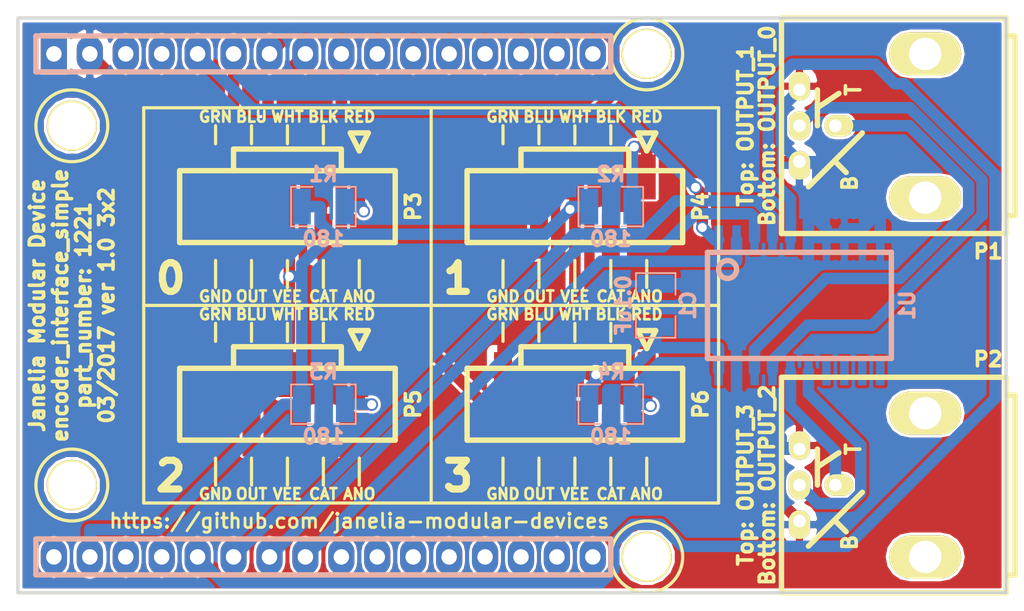
<source format=kicad_pcb>
(kicad_pcb (version 20170123) (host pcbnew no-vcs-found-6223534~58~ubuntu16.04.1)

  (general
    (links 46)
    (no_connects 0)
    (area 84.455 66.51498 156.845001 110.490001)
    (thickness 1.6)
    (drawings 92)
    (tracks 220)
    (zones 0)
    (modules 13)
    (nets 20)
  )

  (page A4)
  (title_block
    (title encoder_interface_simple_3x2)
    (rev 1.0)
  )

  (layers
    (0 F.Cu signal)
    (31 B.Cu signal)
    (32 B.Adhes user)
    (33 F.Adhes user)
    (34 B.Paste user)
    (35 F.Paste user)
    (36 B.SilkS user)
    (37 F.SilkS user)
    (38 B.Mask user)
    (39 F.Mask user)
    (40 Dwgs.User user hide)
    (41 Cmts.User user)
    (42 Eco1.User user)
    (43 Eco2.User user)
    (44 Edge.Cuts user)
    (45 Margin user)
    (46 B.CrtYd user)
    (47 F.CrtYd user)
    (48 B.Fab user)
    (49 F.Fab user hide)
  )

  (setup
    (last_trace_width 0.254)
    (trace_clearance 0.0254)
    (zone_clearance 0.2032)
    (zone_45_only no)
    (trace_min 0.254)
    (segment_width 0.2286)
    (edge_width 0.2286)
    (via_size 0.889)
    (via_drill 0.635)
    (via_min_size 0.889)
    (via_min_drill 0.508)
    (uvia_size 0.508)
    (uvia_drill 0.127)
    (uvias_allowed no)
    (uvia_min_size 0.508)
    (uvia_min_drill 0.127)
    (pcb_text_width 0.3)
    (pcb_text_size 1.5 1.5)
    (mod_edge_width 0.381)
    (mod_text_size 1 1)
    (mod_text_width 0.15)
    (pad_size 1.016 4.4958)
    (pad_drill 0)
    (pad_to_mask_clearance 0)
    (aux_axis_origin 0 0)
    (visible_elements FFFFF77F)
    (pcbplotparams
      (layerselection 0x000f0_ffffffff)
      (usegerberextensions true)
      (excludeedgelayer false)
      (linewidth 0.100000)
      (plotframeref false)
      (viasonmask false)
      (mode 1)
      (useauxorigin false)
      (hpglpennumber 1)
      (hpglpenspeed 20)
      (hpglpendiameter 15)
      (psnegative false)
      (psa4output false)
      (plotreference true)
      (plotvalue true)
      (plotinvisibletext false)
      (padsonsilk false)
      (subtractmaskfromsilk true)
      (outputformat 1)
      (mirror false)
      (drillshape 0)
      (scaleselection 1)
      (outputdirectory gerbers/))
  )

  (net 0 "")
  (net 1 VEE)
  (net 2 GND)
  (net 3 /IN_0)
  (net 4 /IN_1)
  (net 5 /IN_2)
  (net 6 /IN_3)
  (net 7 /OUT_0)
  (net 8 /OUT_1)
  (net 9 /OUT_2)
  (net 10 /OUT_3)
  (net 11 /OUTPUT_0)
  (net 12 /OUTPUT_1)
  (net 13 /OUTPUT_3)
  (net 14 /OUTPUT_2)
  (net 15 "Net-(P3-Pad1)")
  (net 16 "Net-(P4-Pad1)")
  (net 17 "Net-(P5-Pad1)")
  (net 18 "Net-(P6-Pad1)")
  (net 19 /~ENABLE)

  (net_class Default "This is the default net class."
    (clearance 0.0254)
    (trace_width 0.254)
    (via_dia 0.889)
    (via_drill 0.635)
    (uvia_dia 0.508)
    (uvia_drill 0.127)
    (diff_pair_gap 0.254)
    (diff_pair_width 0.254)
  )

  (net_class GND ""
    (clearance 0.1016)
    (trace_width 0.8128)
    (via_dia 0.889)
    (via_drill 0.635)
    (uvia_dia 0.508)
    (uvia_drill 0.127)
    (diff_pair_gap 0.254)
    (diff_pair_width 0.254)
    (add_net GND)
  )

  (net_class LEDPOWER ""
    (clearance 0.254)
    (trace_width 0.6096)
    (via_dia 0.889)
    (via_drill 0.635)
    (uvia_dia 0.508)
    (uvia_drill 0.127)
    (diff_pair_gap 0.254)
    (diff_pair_width 0.254)
  )

  (net_class POWER ""
    (clearance 0.254)
    (trace_width 0.8128)
    (via_dia 0.889)
    (via_drill 0.635)
    (uvia_dia 0.508)
    (uvia_drill 0.127)
    (diff_pair_gap 0.254)
    (diff_pair_width 0.254)
    (add_net VEE)
  )

  (net_class SIGNAL ""
    (clearance 0.1016)
    (trace_width 0.8128)
    (via_dia 0.889)
    (via_drill 0.635)
    (uvia_dia 0.508)
    (uvia_drill 0.127)
    (diff_pair_gap 0.254)
    (diff_pair_width 0.254)
    (add_net /IN_0)
    (add_net /IN_1)
    (add_net /IN_2)
    (add_net /IN_3)
    (add_net /OUTPUT_0)
    (add_net /OUTPUT_1)
    (add_net /OUTPUT_2)
    (add_net /OUTPUT_3)
    (add_net /OUT_0)
    (add_net /OUT_1)
    (add_net /OUT_2)
    (add_net /OUT_3)
    (add_net /~ENABLE)
    (add_net "Net-(P3-Pad1)")
    (add_net "Net-(P4-Pad1)")
    (add_net "Net-(P5-Pad1)")
    (add_net "Net-(P6-Pad1)")
  )

  (net_class SUPERPOWER ""
    (clearance 0.254)
    (trace_width 1.2192)
    (via_dia 0.889)
    (via_drill 0.635)
    (uvia_dia 0.508)
    (uvia_drill 0.127)
    (diff_pair_gap 0.254)
    (diff_pair_width 0.254)
  )

  (module encoder_interface_simple_3x2:MODULAR_DEVICE_BASE_3X2_MALE (layer F.Cu) (tedit 5894A56C) (tstamp 589B69A7)
    (at 107.315 88.9)
    (path /589B6745)
    (fp_text reference MDB1 (at 0 0) (layer F.SilkS) hide
      (effects (font (size 1.016 1.016) (thickness 0.254)))
    )
    (fp_text value MODULAR_DEVICE_BASE_3X2_MALE (at 0 2.54) (layer F.SilkS) hide
      (effects (font (thickness 0.3048)))
    )
    (fp_circle (center -17.78 -12.7) (end -15.24 -12.7) (layer F.SilkS) (width 0.2286))
    (fp_circle (center -17.78 12.7) (end -15.24 12.7) (layer F.SilkS) (width 0.2286))
    (fp_circle (center 22.86 17.78) (end 25.4 17.78) (layer F.SilkS) (width 0.2286))
    (fp_circle (center 22.86 -17.78) (end 25.4 -17.78) (layer F.SilkS) (width 0.2286))
    (fp_line (start -20.32 16.51) (end -20.32 19.05) (layer B.SilkS) (width 0.381))
    (fp_line (start -20.32 19.05) (end 20.32 19.05) (layer B.SilkS) (width 0.381))
    (fp_line (start 20.32 19.05) (end 20.32 16.51) (layer B.SilkS) (width 0.381))
    (fp_line (start 20.32 16.51) (end -20.32 16.51) (layer B.SilkS) (width 0.381))
    (fp_line (start -20.32 -19.05) (end -20.32 -16.51) (layer B.SilkS) (width 0.381))
    (fp_line (start -20.32 -16.51) (end 20.32 -16.51) (layer B.SilkS) (width 0.381))
    (fp_line (start 20.32 -16.51) (end 20.32 -19.05) (layer B.SilkS) (width 0.381))
    (fp_line (start 20.32 -19.05) (end -20.32 -19.05) (layer B.SilkS) (width 0.381))
    (fp_line (start -21.59 -20.32) (end -21.59 20.32) (layer F.Fab) (width 0.2286))
    (fp_line (start -21.59 20.32) (end 48.26 20.32) (layer F.Fab) (width 0.2286))
    (fp_line (start 48.26 20.32) (end 48.26 -20.32) (layer F.Fab) (width 0.2286))
    (fp_line (start 48.26 -20.32) (end -21.59 -20.32) (layer F.Fab) (width 0.2286))
    (pad GND thru_hole oval (at -16.51 -17.78) (size 1.8542 2.54) (drill 1.0922) (layers *.Cu *.Mask)
      (net 2 GND))
    (pad 24 thru_hole oval (at -13.97 -17.78) (size 1.8542 2.54) (drill 1.0922) (layers *.Cu *.Mask))
    (pad VDD thru_hole rect (at -19.05 -17.78) (size 1.8542 2.54) (drill 1.0922) (layers *.Cu *.Mask))
    (pad 25 thru_hole oval (at -11.43 -17.78) (size 1.8542 2.54) (drill 1.0922) (layers *.Cu *.Mask))
    (pad 2 thru_hole oval (at -8.89 -17.78) (size 1.8542 2.54) (drill 1.0922) (layers *.Cu *.Mask)
      (net 19 /~ENABLE))
    (pad 3 thru_hole oval (at -6.35 -17.78) (size 1.8542 2.54) (drill 1.0922) (layers *.Cu *.Mask)
      (net 3 /IN_0))
    (pad 4 thru_hole oval (at -3.81 -17.78) (size 1.8542 2.54) (drill 1.0922) (layers *.Cu *.Mask)
      (net 4 /IN_1))
    (pad 5 thru_hole oval (at -1.27 -17.78) (size 1.8542 2.54) (drill 1.0922) (layers *.Cu *.Mask)
      (net 5 /IN_2))
    (pad 6 thru_hole oval (at 1.27 -17.78) (size 1.8542 2.54) (drill 1.0922) (layers *.Cu *.Mask)
      (net 6 /IN_3))
    (pad 30 thru_hole oval (at 3.81 -17.78) (size 1.8542 2.54) (drill 1.0922) (layers *.Cu *.Mask))
    (pad 29 thru_hole oval (at 6.35 -17.78) (size 1.8542 2.54) (drill 1.0922) (layers *.Cu *.Mask))
    (pad 9 thru_hole oval (at 8.89 -17.78) (size 1.8542 2.54) (drill 1.0922) (layers *.Cu *.Mask))
    (pad 10 thru_hole oval (at 11.43 -17.78) (size 1.8542 2.54) (drill 1.0922) (layers *.Cu *.Mask))
    (pad 11 thru_hole oval (at 13.97 -17.78) (size 1.8542 2.54) (drill 1.0922) (layers *.Cu *.Mask))
    (pad 12 thru_hole oval (at 16.51 -17.78) (size 1.8542 2.54) (drill 1.0922) (layers *.Cu *.Mask))
    (pad 28 thru_hole oval (at 19.05 -17.78) (size 1.8542 2.54) (drill 1.0922) (layers *.Cu *.Mask))
    (pad DAC thru_hole oval (at 19.05 17.78) (size 1.8542 2.54) (drill 1.0922) (layers *.Cu *.Mask))
    (pad 13 thru_hole oval (at 16.51 17.78) (size 1.8542 2.54) (drill 1.0922) (layers *.Cu *.Mask))
    (pad 14 thru_hole oval (at 13.97 17.78) (size 1.8542 2.54) (drill 1.0922) (layers *.Cu *.Mask))
    (pad 15 thru_hole oval (at 11.43 17.78) (size 1.8542 2.54) (drill 1.0922) (layers *.Cu *.Mask))
    (pad 16 thru_hole oval (at 8.89 17.78) (size 1.8542 2.54) (drill 1.0922) (layers *.Cu *.Mask))
    (pad 17 thru_hole oval (at 6.35 17.78) (size 1.8542 2.54) (drill 1.0922) (layers *.Cu *.Mask))
    (pad 18 thru_hole oval (at 3.81 17.78) (size 1.8542 2.54) (drill 1.0922) (layers *.Cu *.Mask))
    (pad 19 thru_hole oval (at 1.27 17.78) (size 1.8542 2.54) (drill 1.0922) (layers *.Cu *.Mask))
    (pad 20 thru_hole oval (at -1.27 17.78) (size 1.8542 2.54) (drill 1.0922) (layers *.Cu *.Mask)
      (net 7 /OUT_0))
    (pad 21 thru_hole oval (at -3.81 17.78) (size 1.8542 2.54) (drill 1.0922) (layers *.Cu *.Mask)
      (net 8 /OUT_1))
    (pad 22 thru_hole oval (at -6.35 17.78) (size 1.8542 2.54) (drill 1.0922) (layers *.Cu *.Mask)
      (net 9 /OUT_2))
    (pad 23 thru_hole oval (at -8.89 17.78) (size 1.8542 2.54) (drill 1.0922) (layers *.Cu *.Mask)
      (net 10 /OUT_3))
    (pad 3V3 thru_hole oval (at -11.43 17.78) (size 1.8542 2.54) (drill 1.0922) (layers *.Cu *.Mask))
    (pad AGND thru_hole oval (at -13.97 17.78) (size 1.8542 2.54) (drill 1.0922) (layers *.Cu *.Mask))
    (pad VEE thru_hole oval (at -16.51 17.78) (size 1.8542 2.54) (drill 1.0922) (layers *.Cu *.Mask)
      (net 1 VEE))
    (pad AREF thru_hole oval (at -19.05 17.78) (size 1.8542 2.54) (drill 1.0922) (layers *.Cu *.Mask))
    (pad "" thru_hole circle (at -17.78 -12.7) (size 3.556 3.556) (drill 3.302) (layers *.Cu *.Mask F.SilkS))
    (pad "" thru_hole circle (at -17.78 12.7) (size 3.556 3.556) (drill 3.302) (layers *.Cu *.Mask F.SilkS))
    (pad "" thru_hole circle (at 22.86 17.78) (size 3.556 3.556) (drill 3.302) (layers *.Cu *.Mask F.SilkS))
    (pad "" thru_hole circle (at 22.86 -17.78) (size 3.556 3.556) (drill 3.302) (layers *.Cu *.Mask F.SilkS))
  )

  (module encoder_interface_simple_3x2:SM1210 (layer B.Cu) (tedit 5481F170) (tstamp 58C09208)
    (at 130.81 88.9 90)
    (tags "CMS SM")
    (path /58C065DC)
    (attr smd)
    (fp_text reference C1 (at 0 2.286 90) (layer B.SilkS)
      (effects (font (size 1.016 1.016) (thickness 0.254)) (justify mirror))
    )
    (fp_text value 0.1uF (at 0 -2.286 90) (layer B.SilkS)
      (effects (font (size 1.016 1.016) (thickness 0.254)) (justify mirror))
    )
    (fp_line (start -0.762 1.397) (end -2.286 1.397) (layer B.SilkS) (width 0.127))
    (fp_line (start -2.286 1.397) (end -2.286 -1.397) (layer B.SilkS) (width 0.127))
    (fp_line (start -2.286 -1.397) (end -0.762 -1.397) (layer B.SilkS) (width 0.127))
    (fp_line (start 0.762 -1.397) (end 2.286 -1.397) (layer B.SilkS) (width 0.127))
    (fp_line (start 2.286 -1.397) (end 2.286 1.397) (layer B.SilkS) (width 0.127))
    (fp_line (start 2.286 1.397) (end 0.762 1.397) (layer B.SilkS) (width 0.127))
    (pad 1 smd rect (at -1.524 0 90) (size 1.27 2.54) (layers B.Cu B.Paste B.Mask)
      (net 1 VEE))
    (pad 2 smd rect (at 1.524 0 90) (size 1.27 2.54) (layers B.Cu B.Paste B.Mask)
      (net 2 GND))
    (model smd/chip_cms.wrl
      (at (xyz 0 0 0))
      (scale (xyz 0.17 0.2 0.17))
      (rotate (xyz 0 0 0))
    )
  )

  (module encoder_interface_simple_3x2:BNC_DOUBLE (layer F.Cu) (tedit 58C0743D) (tstamp 58C09221)
    (at 149.86 76.2 270)
    (path /58C06BC2)
    (fp_text reference P1 (at 8.89 -4.445 180) (layer F.SilkS)
      (effects (font (size 1.016 1.016) (thickness 0.254)))
    )
    (fp_text value BNC_DOUBLE_RA (at -8.636 0) (layer F.SilkS) hide
      (effects (font (size 1.016 1.016) (thickness 0.254)))
    )
    (fp_text user "Top: OUTPUT_1" (at 0 12.7 270) (layer F.SilkS)
      (effects (font (size 1.016 1.016) (thickness 0.254)))
    )
    (fp_text user "Bottom: OUTPUT_0" (at 0 11.176 270) (layer F.SilkS)
      (effects (font (size 1.016 1.016) (thickness 0.254)))
    )
    (fp_line (start 2.54 6.35) (end 3.302 5.588) (layer F.SilkS) (width 0.381))
    (fp_line (start -1.27 7.62) (end -2.286 6.096) (layer F.SilkS) (width 0.381))
    (fp_line (start -6.35 -5.715) (end -6.35 -6.35) (layer F.SilkS) (width 0.381))
    (fp_line (start -6.35 -6.35) (end 6.35 -6.35) (layer F.SilkS) (width 0.381))
    (fp_line (start 6.35 -6.35) (end 6.35 -5.715) (layer F.SilkS) (width 0.381))
    (fp_line (start -7.62 -5.715) (end -7.62 10.16) (layer F.SilkS) (width 0.381))
    (fp_line (start -7.62 10.16) (end 7.62 10.16) (layer F.SilkS) (width 0.381))
    (fp_line (start 7.62 10.16) (end 7.62 -5.715) (layer F.SilkS) (width 0.381))
    (fp_line (start 7.62 -5.715) (end -7.62 -5.715) (layer F.SilkS) (width 0.381))
    (fp_text user B (at 4.064 5.334 270) (layer F.SilkS)
      (effects (font (size 1.016 1.016) (thickness 0.254)))
    )
    (fp_line (start 4.318 8.255) (end 0.508 4.445) (layer F.SilkS) (width 0.381))
    (fp_text user T (at -2.54 5.08 270) (layer F.SilkS)
      (effects (font (size 1.016 1.016) (thickness 0.254)))
    )
    (fp_line (start 0 7.62) (end -2.54 7.62) (layer F.SilkS) (width 0.381))
    (pad "" thru_hole oval (at -5.08 0 270) (size 3.048 5.08) (drill 2.286) (layers *.Cu *.Mask F.SilkS))
    (pad "" thru_hole oval (at 5.08 0 270) (size 3.048 5.08) (drill 2.286) (layers *.Cu *.Mask F.SilkS))
    (pad 1 thru_hole oval (at 0 6.35 270) (size 1.524 2.032) (drill 0.889 (offset 0 -0.254)) (layers *.Cu *.Mask F.SilkS)
      (net 11 /OUTPUT_0))
    (pad 3 thru_hole oval (at 0 8.89 270) (size 2.032 1.524) (drill 0.889) (layers *.Cu *.Mask F.SilkS)
      (net 12 /OUTPUT_1))
    (pad 2 thru_hole oval (at 2.54 8.89 270) (size 2.032 1.524) (drill 0.889 (offset 0.254 0)) (layers *.Cu *.Mask F.SilkS)
      (net 2 GND))
    (pad 4 thru_hole oval (at -2.54 8.89 270) (size 2.032 1.524) (drill 0.889 (offset -0.254 0)) (layers *.Cu *.Mask F.SilkS)
      (net 2 GND))
  )

  (module encoder_interface_simple_3x2:BNC_DOUBLE (layer F.Cu) (tedit 58C07442) (tstamp 58C0923A)
    (at 149.86 101.6 270)
    (path /58C06DBB)
    (fp_text reference P2 (at -8.89 -4.445 180) (layer F.SilkS)
      (effects (font (size 1.016 1.016) (thickness 0.254)))
    )
    (fp_text value BNC_DOUBLE_RA (at -8.636 0) (layer F.SilkS) hide
      (effects (font (size 1.016 1.016) (thickness 0.254)))
    )
    (fp_line (start 0 7.62) (end -2.54 7.62) (layer F.SilkS) (width 0.381))
    (fp_text user T (at -2.54 5.08 270) (layer F.SilkS)
      (effects (font (size 1.016 1.016) (thickness 0.254)))
    )
    (fp_line (start 4.318 8.255) (end 0.508 4.445) (layer F.SilkS) (width 0.381))
    (fp_text user B (at 4.064 5.334 270) (layer F.SilkS)
      (effects (font (size 1.016 1.016) (thickness 0.254)))
    )
    (fp_line (start 7.62 -5.715) (end -7.62 -5.715) (layer F.SilkS) (width 0.381))
    (fp_line (start 7.62 10.16) (end 7.62 -5.715) (layer F.SilkS) (width 0.381))
    (fp_line (start -7.62 10.16) (end 7.62 10.16) (layer F.SilkS) (width 0.381))
    (fp_line (start -7.62 -5.715) (end -7.62 10.16) (layer F.SilkS) (width 0.381))
    (fp_line (start 6.35 -6.35) (end 6.35 -5.715) (layer F.SilkS) (width 0.381))
    (fp_line (start -6.35 -6.35) (end 6.35 -6.35) (layer F.SilkS) (width 0.381))
    (fp_line (start -6.35 -5.715) (end -6.35 -6.35) (layer F.SilkS) (width 0.381))
    (fp_line (start -1.27 7.62) (end -2.286 6.096) (layer F.SilkS) (width 0.381))
    (fp_line (start 2.54 6.35) (end 3.302 5.588) (layer F.SilkS) (width 0.381))
    (fp_text user "Bottom: OUTPUT_2" (at 0 11.176 270) (layer F.SilkS)
      (effects (font (size 1.016 1.016) (thickness 0.254)))
    )
    (fp_text user "Top: OUTPUT_3" (at 0 12.7 270) (layer F.SilkS)
      (effects (font (size 1.016 1.016) (thickness 0.254)))
    )
    (pad 4 thru_hole oval (at -2.54 8.89 270) (size 2.032 1.524) (drill 0.889 (offset -0.254 0)) (layers *.Cu *.Mask F.SilkS)
      (net 2 GND))
    (pad 2 thru_hole oval (at 2.54 8.89 270) (size 2.032 1.524) (drill 0.889 (offset 0.254 0)) (layers *.Cu *.Mask F.SilkS)
      (net 2 GND))
    (pad 3 thru_hole oval (at 0 8.89 270) (size 2.032 1.524) (drill 0.889) (layers *.Cu *.Mask F.SilkS)
      (net 13 /OUTPUT_3))
    (pad 1 thru_hole oval (at 0 6.35 270) (size 1.524 2.032) (drill 0.889 (offset 0 -0.254)) (layers *.Cu *.Mask F.SilkS)
      (net 14 /OUTPUT_2))
    (pad "" thru_hole oval (at 5.08 0 270) (size 3.048 5.08) (drill 2.286) (layers *.Cu *.Mask F.SilkS))
    (pad "" thru_hole oval (at -5.08 0 270) (size 3.048 5.08) (drill 2.286) (layers *.Cu *.Mask F.SilkS))
  )

  (module encoder_interface_simple_3x2:Header_Shrouded_5_Pin_SMD (layer F.Cu) (tedit 58C06D86) (tstamp 58C0924D)
    (at 104.775 81.915)
    (path /58C073FC/58C07487)
    (fp_text reference P3 (at 8.89 0 90) (layer F.SilkS)
      (effects (font (size 1.016 1.016) (thickness 0.254)))
    )
    (fp_text value HEADER_01X05_SMD_SHR (at 0 -5.08) (layer F.SilkS) hide
      (effects (font (size 1.016 1.016) (thickness 0.254)))
    )
    (fp_line (start 3.81 -2.54) (end 3.81 -4.064) (layer F.SilkS) (width 0.381))
    (fp_line (start -3.81 -2.54) (end -3.81 -4.064) (layer F.SilkS) (width 0.381))
    (fp_line (start 4.445 -5.207) (end 5.08 -3.937) (layer F.SilkS) (width 0.381))
    (fp_line (start 5.08 -3.937) (end 5.715 -5.207) (layer F.SilkS) (width 0.381))
    (fp_line (start 5.715 -5.207) (end 4.445 -5.207) (layer F.SilkS) (width 0.381))
    (fp_line (start -3.81 -4.064) (end 3.81 -4.064) (layer F.SilkS) (width 0.381))
    (fp_line (start -7.62 -2.54) (end -7.62 2.54) (layer F.SilkS) (width 0.381))
    (fp_line (start -7.62 2.54) (end 7.62 2.54) (layer F.SilkS) (width 0.381))
    (fp_line (start 7.62 2.54) (end 7.62 -2.54) (layer F.SilkS) (width 0.381))
    (fp_line (start 7.62 -2.54) (end -7.62 -2.54) (layer F.SilkS) (width 0.381))
    (pad 2 smd rect (at 2.54 2.0955) (size 1.27 3.175) (layers F.Cu F.Paste F.Mask)
      (net 2 GND))
    (pad 1 smd rect (at 5.08 -2.0955) (size 1.27 3.175) (layers F.Cu F.Paste F.Mask)
      (net 15 "Net-(P3-Pad1)"))
    (pad 3 smd rect (at 0 -2.0955) (size 1.27 3.175) (layers F.Cu F.Paste F.Mask)
      (net 1 VEE))
    (pad 4 smd rect (at -2.54 2.0955) (size 1.27 3.175) (layers F.Cu F.Paste F.Mask)
      (net 3 /IN_0))
    (pad 5 smd rect (at -5.08 -2.0955) (size 1.27 3.175) (layers F.Cu F.Paste F.Mask)
      (net 2 GND))
  )

  (module encoder_interface_simple_3x2:Header_Shrouded_5_Pin_SMD (layer F.Cu) (tedit 58C06D8B) (tstamp 58C09260)
    (at 125.095 81.915)
    (path /58C07A02/58C07487)
    (fp_text reference P4 (at 8.89 0 90) (layer F.SilkS)
      (effects (font (size 1.016 1.016) (thickness 0.254)))
    )
    (fp_text value HEADER_01X05_SMD_SHR (at 0 -5.08) (layer F.SilkS) hide
      (effects (font (size 1.016 1.016) (thickness 0.254)))
    )
    (fp_line (start 7.62 -2.54) (end -7.62 -2.54) (layer F.SilkS) (width 0.381))
    (fp_line (start 7.62 2.54) (end 7.62 -2.54) (layer F.SilkS) (width 0.381))
    (fp_line (start -7.62 2.54) (end 7.62 2.54) (layer F.SilkS) (width 0.381))
    (fp_line (start -7.62 -2.54) (end -7.62 2.54) (layer F.SilkS) (width 0.381))
    (fp_line (start -3.81 -4.064) (end 3.81 -4.064) (layer F.SilkS) (width 0.381))
    (fp_line (start 5.715 -5.207) (end 4.445 -5.207) (layer F.SilkS) (width 0.381))
    (fp_line (start 5.08 -3.937) (end 5.715 -5.207) (layer F.SilkS) (width 0.381))
    (fp_line (start 4.445 -5.207) (end 5.08 -3.937) (layer F.SilkS) (width 0.381))
    (fp_line (start -3.81 -2.54) (end -3.81 -4.064) (layer F.SilkS) (width 0.381))
    (fp_line (start 3.81 -2.54) (end 3.81 -4.064) (layer F.SilkS) (width 0.381))
    (pad 5 smd rect (at -5.08 -2.0955) (size 1.27 3.175) (layers F.Cu F.Paste F.Mask)
      (net 2 GND))
    (pad 4 smd rect (at -2.54 2.0955) (size 1.27 3.175) (layers F.Cu F.Paste F.Mask)
      (net 4 /IN_1))
    (pad 3 smd rect (at 0 -2.0955) (size 1.27 3.175) (layers F.Cu F.Paste F.Mask)
      (net 1 VEE))
    (pad 1 smd rect (at 5.08 -2.0955) (size 1.27 3.175) (layers F.Cu F.Paste F.Mask)
      (net 16 "Net-(P4-Pad1)"))
    (pad 2 smd rect (at 2.54 2.0955) (size 1.27 3.175) (layers F.Cu F.Paste F.Mask)
      (net 2 GND))
  )

  (module encoder_interface_simple_3x2:Header_Shrouded_5_Pin_SMD (layer F.Cu) (tedit 58C06D92) (tstamp 58C09273)
    (at 104.775 95.885)
    (path /58C07B46/58C07487)
    (fp_text reference P5 (at 8.89 0 90) (layer F.SilkS)
      (effects (font (size 1.016 1.016) (thickness 0.254)))
    )
    (fp_text value HEADER_01X05_SMD_SHR (at 0 -5.08) (layer F.SilkS) hide
      (effects (font (size 1.016 1.016) (thickness 0.254)))
    )
    (fp_line (start 3.81 -2.54) (end 3.81 -4.064) (layer F.SilkS) (width 0.381))
    (fp_line (start -3.81 -2.54) (end -3.81 -4.064) (layer F.SilkS) (width 0.381))
    (fp_line (start 4.445 -5.207) (end 5.08 -3.937) (layer F.SilkS) (width 0.381))
    (fp_line (start 5.08 -3.937) (end 5.715 -5.207) (layer F.SilkS) (width 0.381))
    (fp_line (start 5.715 -5.207) (end 4.445 -5.207) (layer F.SilkS) (width 0.381))
    (fp_line (start -3.81 -4.064) (end 3.81 -4.064) (layer F.SilkS) (width 0.381))
    (fp_line (start -7.62 -2.54) (end -7.62 2.54) (layer F.SilkS) (width 0.381))
    (fp_line (start -7.62 2.54) (end 7.62 2.54) (layer F.SilkS) (width 0.381))
    (fp_line (start 7.62 2.54) (end 7.62 -2.54) (layer F.SilkS) (width 0.381))
    (fp_line (start 7.62 -2.54) (end -7.62 -2.54) (layer F.SilkS) (width 0.381))
    (pad 2 smd rect (at 2.54 2.0955) (size 1.27 3.175) (layers F.Cu F.Paste F.Mask)
      (net 2 GND))
    (pad 1 smd rect (at 5.08 -2.0955) (size 1.27 3.175) (layers F.Cu F.Paste F.Mask)
      (net 17 "Net-(P5-Pad1)"))
    (pad 3 smd rect (at 0 -2.0955) (size 1.27 3.175) (layers F.Cu F.Paste F.Mask)
      (net 1 VEE))
    (pad 4 smd rect (at -2.54 2.0955) (size 1.27 3.175) (layers F.Cu F.Paste F.Mask)
      (net 5 /IN_2))
    (pad 5 smd rect (at -5.08 -2.0955) (size 1.27 3.175) (layers F.Cu F.Paste F.Mask)
      (net 2 GND))
  )

  (module encoder_interface_simple_3x2:Header_Shrouded_5_Pin_SMD (layer F.Cu) (tedit 58C06D97) (tstamp 58C09286)
    (at 125.095 95.885)
    (path /58C07B4B/58C07487)
    (fp_text reference P6 (at 8.89 0 90) (layer F.SilkS)
      (effects (font (size 1.016 1.016) (thickness 0.254)))
    )
    (fp_text value HEADER_01X05_SMD_SHR (at 0 -5.08) (layer F.SilkS) hide
      (effects (font (size 1.016 1.016) (thickness 0.254)))
    )
    (fp_line (start 7.62 -2.54) (end -7.62 -2.54) (layer F.SilkS) (width 0.381))
    (fp_line (start 7.62 2.54) (end 7.62 -2.54) (layer F.SilkS) (width 0.381))
    (fp_line (start -7.62 2.54) (end 7.62 2.54) (layer F.SilkS) (width 0.381))
    (fp_line (start -7.62 -2.54) (end -7.62 2.54) (layer F.SilkS) (width 0.381))
    (fp_line (start -3.81 -4.064) (end 3.81 -4.064) (layer F.SilkS) (width 0.381))
    (fp_line (start 5.715 -5.207) (end 4.445 -5.207) (layer F.SilkS) (width 0.381))
    (fp_line (start 5.08 -3.937) (end 5.715 -5.207) (layer F.SilkS) (width 0.381))
    (fp_line (start 4.445 -5.207) (end 5.08 -3.937) (layer F.SilkS) (width 0.381))
    (fp_line (start -3.81 -2.54) (end -3.81 -4.064) (layer F.SilkS) (width 0.381))
    (fp_line (start 3.81 -2.54) (end 3.81 -4.064) (layer F.SilkS) (width 0.381))
    (pad 5 smd rect (at -5.08 -2.0955) (size 1.27 3.175) (layers F.Cu F.Paste F.Mask)
      (net 2 GND))
    (pad 4 smd rect (at -2.54 2.0955) (size 1.27 3.175) (layers F.Cu F.Paste F.Mask)
      (net 6 /IN_3))
    (pad 3 smd rect (at 0 -2.0955) (size 1.27 3.175) (layers F.Cu F.Paste F.Mask)
      (net 1 VEE))
    (pad 1 smd rect (at 5.08 -2.0955) (size 1.27 3.175) (layers F.Cu F.Paste F.Mask)
      (net 18 "Net-(P6-Pad1)"))
    (pad 2 smd rect (at 2.54 2.0955) (size 1.27 3.175) (layers F.Cu F.Paste F.Mask)
      (net 2 GND))
  )

  (module encoder_interface_simple_3x2:SM1210 (layer B.Cu) (tedit 5481F170) (tstamp 58C09292)
    (at 107.315 81.915 180)
    (tags "CMS SM")
    (path /58C073FC/58C075A4)
    (attr smd)
    (fp_text reference R1 (at 0 2.286 180) (layer B.SilkS)
      (effects (font (size 1.016 1.016) (thickness 0.254)) (justify mirror))
    )
    (fp_text value 180 (at 0 -2.286 180) (layer B.SilkS)
      (effects (font (size 1.016 1.016) (thickness 0.254)) (justify mirror))
    )
    (fp_line (start 2.286 1.397) (end 0.762 1.397) (layer B.SilkS) (width 0.127))
    (fp_line (start 2.286 -1.397) (end 2.286 1.397) (layer B.SilkS) (width 0.127))
    (fp_line (start 0.762 -1.397) (end 2.286 -1.397) (layer B.SilkS) (width 0.127))
    (fp_line (start -2.286 -1.397) (end -0.762 -1.397) (layer B.SilkS) (width 0.127))
    (fp_line (start -2.286 1.397) (end -2.286 -1.397) (layer B.SilkS) (width 0.127))
    (fp_line (start -0.762 1.397) (end -2.286 1.397) (layer B.SilkS) (width 0.127))
    (pad 2 smd rect (at 1.524 0 180) (size 1.27 2.54) (layers B.Cu B.Paste B.Mask)
      (net 1 VEE))
    (pad 1 smd rect (at -1.524 0 180) (size 1.27 2.54) (layers B.Cu B.Paste B.Mask)
      (net 15 "Net-(P3-Pad1)"))
    (model smd/chip_cms.wrl
      (at (xyz 0 0 0))
      (scale (xyz 0.17 0.2 0.17))
      (rotate (xyz 0 0 0))
    )
  )

  (module encoder_interface_simple_3x2:SM1210 (layer B.Cu) (tedit 5481F170) (tstamp 58C0929E)
    (at 127.635 81.915 180)
    (tags "CMS SM")
    (path /58C07A02/58C075A4)
    (attr smd)
    (fp_text reference R2 (at 0 2.286 180) (layer B.SilkS)
      (effects (font (size 1.016 1.016) (thickness 0.254)) (justify mirror))
    )
    (fp_text value 180 (at 0 -2.286 180) (layer B.SilkS)
      (effects (font (size 1.016 1.016) (thickness 0.254)) (justify mirror))
    )
    (fp_line (start -0.762 1.397) (end -2.286 1.397) (layer B.SilkS) (width 0.127))
    (fp_line (start -2.286 1.397) (end -2.286 -1.397) (layer B.SilkS) (width 0.127))
    (fp_line (start -2.286 -1.397) (end -0.762 -1.397) (layer B.SilkS) (width 0.127))
    (fp_line (start 0.762 -1.397) (end 2.286 -1.397) (layer B.SilkS) (width 0.127))
    (fp_line (start 2.286 -1.397) (end 2.286 1.397) (layer B.SilkS) (width 0.127))
    (fp_line (start 2.286 1.397) (end 0.762 1.397) (layer B.SilkS) (width 0.127))
    (pad 1 smd rect (at -1.524 0 180) (size 1.27 2.54) (layers B.Cu B.Paste B.Mask)
      (net 16 "Net-(P4-Pad1)"))
    (pad 2 smd rect (at 1.524 0 180) (size 1.27 2.54) (layers B.Cu B.Paste B.Mask)
      (net 1 VEE))
    (model smd/chip_cms.wrl
      (at (xyz 0 0 0))
      (scale (xyz 0.17 0.2 0.17))
      (rotate (xyz 0 0 0))
    )
  )

  (module encoder_interface_simple_3x2:SM1210 (layer B.Cu) (tedit 5481F170) (tstamp 58C092AA)
    (at 107.315 95.885 180)
    (tags "CMS SM")
    (path /58C07B46/58C075A4)
    (attr smd)
    (fp_text reference R3 (at 0 2.286 180) (layer B.SilkS)
      (effects (font (size 1.016 1.016) (thickness 0.254)) (justify mirror))
    )
    (fp_text value 180 (at 0 -2.286 180) (layer B.SilkS)
      (effects (font (size 1.016 1.016) (thickness 0.254)) (justify mirror))
    )
    (fp_line (start 2.286 1.397) (end 0.762 1.397) (layer B.SilkS) (width 0.127))
    (fp_line (start 2.286 -1.397) (end 2.286 1.397) (layer B.SilkS) (width 0.127))
    (fp_line (start 0.762 -1.397) (end 2.286 -1.397) (layer B.SilkS) (width 0.127))
    (fp_line (start -2.286 -1.397) (end -0.762 -1.397) (layer B.SilkS) (width 0.127))
    (fp_line (start -2.286 1.397) (end -2.286 -1.397) (layer B.SilkS) (width 0.127))
    (fp_line (start -0.762 1.397) (end -2.286 1.397) (layer B.SilkS) (width 0.127))
    (pad 2 smd rect (at 1.524 0 180) (size 1.27 2.54) (layers B.Cu B.Paste B.Mask)
      (net 1 VEE))
    (pad 1 smd rect (at -1.524 0 180) (size 1.27 2.54) (layers B.Cu B.Paste B.Mask)
      (net 17 "Net-(P5-Pad1)"))
    (model smd/chip_cms.wrl
      (at (xyz 0 0 0))
      (scale (xyz 0.17 0.2 0.17))
      (rotate (xyz 0 0 0))
    )
  )

  (module encoder_interface_simple_3x2:SM1210 (layer B.Cu) (tedit 5481F170) (tstamp 58C092B6)
    (at 127.635 95.885 180)
    (tags "CMS SM")
    (path /58C07B4B/58C075A4)
    (attr smd)
    (fp_text reference R4 (at 0 2.286 180) (layer B.SilkS)
      (effects (font (size 1.016 1.016) (thickness 0.254)) (justify mirror))
    )
    (fp_text value 180 (at 0 -2.286 180) (layer B.SilkS)
      (effects (font (size 1.016 1.016) (thickness 0.254)) (justify mirror))
    )
    (fp_line (start -0.762 1.397) (end -2.286 1.397) (layer B.SilkS) (width 0.127))
    (fp_line (start -2.286 1.397) (end -2.286 -1.397) (layer B.SilkS) (width 0.127))
    (fp_line (start -2.286 -1.397) (end -0.762 -1.397) (layer B.SilkS) (width 0.127))
    (fp_line (start 0.762 -1.397) (end 2.286 -1.397) (layer B.SilkS) (width 0.127))
    (fp_line (start 2.286 -1.397) (end 2.286 1.397) (layer B.SilkS) (width 0.127))
    (fp_line (start 2.286 1.397) (end 0.762 1.397) (layer B.SilkS) (width 0.127))
    (pad 1 smd rect (at -1.524 0 180) (size 1.27 2.54) (layers B.Cu B.Paste B.Mask)
      (net 18 "Net-(P6-Pad1)"))
    (pad 2 smd rect (at 1.524 0 180) (size 1.27 2.54) (layers B.Cu B.Paste B.Mask)
      (net 1 VEE))
    (model smd/chip_cms.wrl
      (at (xyz 0 0 0))
      (scale (xyz 0.17 0.2 0.17))
      (rotate (xyz 0 0 0))
    )
  )

  (module encoder_interface_simple_3x2:SOIC_20 (layer B.Cu) (tedit 58C0710A) (tstamp 58C092D3)
    (at 140.97 88.9 270)
    (path /58C066F0)
    (fp_text reference U1 (at 0 -7.62 270) (layer B.SilkS)
      (effects (font (size 1.016 1.016) (thickness 0.254)) (justify mirror))
    )
    (fp_text value SN74ABT541BDWR (at 0 0 270) (layer B.SilkS) hide
      (effects (font (size 1.016 1.016) (thickness 0.254)) (justify mirror))
    )
    (fp_circle (center -2.54 5.08) (end -2.54 5.715) (layer B.SilkS) (width 0.381))
    (fp_line (start -3.75 6.5) (end -3.75 -6.5) (layer B.SilkS) (width 0.381))
    (fp_line (start -3.75 -6.5) (end 3.75 -6.5) (layer B.SilkS) (width 0.381))
    (fp_line (start 3.75 -6.5) (end 3.75 6.5) (layer B.SilkS) (width 0.381))
    (fp_line (start 3.75 6.5) (end -3.75 6.5) (layer B.SilkS) (width 0.381))
    (pad 20 smd rect (at 4.65 5.715 270) (size 2 0.6) (layers B.Cu B.Paste B.Mask)
      (net 1 VEE) (solder_mask_margin 0.07) (clearance 0.07))
    (pad 19 smd rect (at 4.65 4.445 270) (size 2 0.6) (layers B.Cu B.Paste B.Mask)
      (net 2 GND) (solder_mask_margin 0.07) (clearance 0.07))
    (pad 18 smd rect (at 4.65 3.175 270) (size 2 0.6) (layers B.Cu B.Paste B.Mask)
      (net 11 /OUTPUT_0) (solder_mask_margin 0.07) (clearance 0.07))
    (pad 17 smd rect (at 4.65 1.905 270) (size 2 0.6) (layers B.Cu B.Paste B.Mask)
      (net 12 /OUTPUT_1) (solder_mask_margin 0.07) (clearance 0.07))
    (pad 16 smd rect (at 4.65 0.635 270) (size 2 0.6) (layers B.Cu B.Paste B.Mask)
      (net 14 /OUTPUT_2) (solder_mask_margin 0.07) (clearance 0.07))
    (pad 15 smd rect (at 4.65 -0.635 270) (size 2 0.6) (layers B.Cu B.Paste B.Mask)
      (net 13 /OUTPUT_3) (solder_mask_margin 0.07) (clearance 0.07))
    (pad 14 smd rect (at 4.65 -1.905 270) (size 2 0.6) (layers B.Cu B.Paste B.Mask)
      (solder_mask_margin 0.07) (clearance 0.07))
    (pad 13 smd rect (at 4.65 -3.175 270) (size 2 0.6) (layers B.Cu B.Paste B.Mask)
      (solder_mask_margin 0.07) (clearance 0.07))
    (pad 12 smd rect (at 4.65 -4.445 270) (size 2 0.6) (layers B.Cu B.Paste B.Mask)
      (solder_mask_margin 0.07) (clearance 0.07))
    (pad 11 smd rect (at 4.65 -5.715 270) (size 2 0.6) (layers B.Cu B.Paste B.Mask)
      (solder_mask_margin 0.07) (clearance 0.07))
    (pad 10 smd rect (at -4.65 -5.715 270) (size 2 0.6) (layers B.Cu B.Paste B.Mask)
      (net 2 GND) (solder_mask_margin 0.07) (clearance 0.07))
    (pad 9 smd rect (at -4.65 -4.445 270) (size 2 0.6) (layers B.Cu B.Paste B.Mask)
      (net 2 GND) (solder_mask_margin 0.07) (clearance 0.07))
    (pad 8 smd rect (at -4.65 -3.175 270) (size 2 0.6) (layers B.Cu B.Paste B.Mask)
      (net 2 GND) (solder_mask_margin 0.07) (clearance 0.07))
    (pad 7 smd rect (at -4.65 -1.905 270) (size 2 0.6) (layers B.Cu B.Paste B.Mask)
      (net 2 GND) (solder_mask_margin 0.07) (clearance 0.07))
    (pad 6 smd rect (at -4.65 -0.635 270) (size 2 0.6) (layers B.Cu B.Paste B.Mask)
      (net 2 GND) (solder_mask_margin 0.07) (clearance 0.07))
    (pad 5 smd rect (at -4.65 0.635 270) (size 2 0.6) (layers B.Cu B.Paste B.Mask)
      (net 10 /OUT_3) (solder_mask_margin 0.07) (clearance 0.07))
    (pad 4 smd rect (at -4.65 1.905 270) (size 2 0.6) (layers B.Cu B.Paste B.Mask)
      (net 9 /OUT_2) (solder_mask_margin 0.07) (clearance 0.07))
    (pad 3 smd rect (at -4.65 3.175 270) (size 2 0.6) (layers B.Cu B.Paste B.Mask)
      (net 8 /OUT_1) (solder_mask_margin 0.07) (clearance 0.07))
    (pad 2 smd rect (at -4.65 4.445 270) (size 2 0.6) (layers B.Cu B.Paste B.Mask)
      (net 7 /OUT_0) (solder_mask_margin 0.07) (clearance 0.07))
    (pad 1 smd rect (at -4.65 5.715 270) (size 2 0.6) (layers B.Cu B.Paste B.Mask)
      (net 19 /~ENABLE) (solder_mask_margin 0.07) (clearance 0.07))
  )

  (gr_text 2 (at 96.52 100.965) (layer F.SilkS) (tstamp 58C096E7)
    (effects (font (size 2.032 2.032) (thickness 0.508)))
  )
  (gr_text 3 (at 116.84 100.965) (layer F.SilkS) (tstamp 58C096E5)
    (effects (font (size 2.032 2.032) (thickness 0.508)))
  )
  (gr_text 1 (at 116.84 86.995) (layer F.SilkS) (tstamp 58C096E3)
    (effects (font (size 2.032 2.032) (thickness 0.508)))
  )
  (gr_text 0 (at 96.52 86.995) (layer F.SilkS)
    (effects (font (size 2.032 2.032) (thickness 0.508)))
  )
  (gr_line (start 130.175 99.695) (end 130.175 101.6) (angle 90) (layer F.SilkS) (width 0.2286))
  (gr_line (start 127.635 99.695) (end 127.635 101.6) (angle 90) (layer F.SilkS) (width 0.2286))
  (gr_line (start 125.095 99.695) (end 125.095 101.6) (angle 90) (layer F.SilkS) (width 0.2286))
  (gr_line (start 122.555 99.695) (end 122.555 101.6) (angle 90) (layer F.SilkS) (width 0.2286))
  (gr_line (start 120.015 99.695) (end 120.015 101.6) (angle 90) (layer F.SilkS) (width 0.2286))
  (gr_line (start 127.635 91.44) (end 127.635 90.17) (angle 90) (layer F.SilkS) (width 0.2286))
  (gr_line (start 125.095 91.44) (end 125.095 90.17) (angle 90) (layer F.SilkS) (width 0.2286))
  (gr_line (start 122.555 91.44) (end 122.555 90.17) (angle 90) (layer F.SilkS) (width 0.2286))
  (gr_line (start 120.015 91.44) (end 120.015 90.17) (angle 90) (layer F.SilkS) (width 0.2286))
  (gr_line (start 130.175 85.725) (end 130.175 87.63) (angle 90) (layer F.SilkS) (width 0.2286))
  (gr_line (start 127.635 85.725) (end 127.635 87.63) (angle 90) (layer F.SilkS) (width 0.2286))
  (gr_line (start 125.095 85.725) (end 125.095 87.63) (angle 90) (layer F.SilkS) (width 0.2286))
  (gr_line (start 122.555 85.725) (end 122.555 87.63) (angle 90) (layer F.SilkS) (width 0.2286))
  (gr_line (start 120.015 85.725) (end 120.015 87.63) (angle 90) (layer F.SilkS) (width 0.2286))
  (gr_line (start 127.635 77.47) (end 127.635 76.2) (angle 90) (layer F.SilkS) (width 0.2286))
  (gr_line (start 125.095 77.47) (end 125.095 76.2) (angle 90) (layer F.SilkS) (width 0.2286))
  (gr_line (start 122.555 77.47) (end 122.555 76.2) (angle 90) (layer F.SilkS) (width 0.2286))
  (gr_line (start 120.015 77.47) (end 120.015 76.2) (angle 90) (layer F.SilkS) (width 0.2286))
  (gr_text ANO (at 130.175 102.235) (layer F.SilkS) (tstamp 58C095A3)
    (effects (font (size 0.762 0.762) (thickness 0.1905)))
  )
  (gr_text CAT (at 127.635 102.235) (layer F.SilkS) (tstamp 58C095A1)
    (effects (font (size 0.762 0.762) (thickness 0.1905)))
  )
  (gr_text VEE (at 125.095 102.235) (layer F.SilkS) (tstamp 58C0959F)
    (effects (font (size 0.762 0.762) (thickness 0.1905)))
  )
  (gr_text OUT (at 122.555 102.235) (layer F.SilkS) (tstamp 58C0959D)
    (effects (font (size 0.762 0.762) (thickness 0.1905)))
  )
  (gr_text GND (at 120.015 102.235) (layer F.SilkS) (tstamp 58C0959B)
    (effects (font (size 0.762 0.762) (thickness 0.1905)))
  )
  (gr_text ANO (at 130.175 88.265) (layer F.SilkS) (tstamp 58C09599)
    (effects (font (size 0.762 0.762) (thickness 0.1905)))
  )
  (gr_text CAT (at 127.635 88.265) (layer F.SilkS) (tstamp 58C09597)
    (effects (font (size 0.762 0.762) (thickness 0.1905)))
  )
  (gr_text VEE (at 125.095 88.265) (layer F.SilkS) (tstamp 58C09595)
    (effects (font (size 0.762 0.762) (thickness 0.1905)))
  )
  (gr_text OUT (at 122.555 88.265) (layer F.SilkS) (tstamp 58C09593)
    (effects (font (size 0.762 0.762) (thickness 0.1905)))
  )
  (gr_text GND (at 120.015 88.265) (layer F.SilkS) (tstamp 58C09591)
    (effects (font (size 0.762 0.762) (thickness 0.1905)))
  )
  (gr_line (start 109.855 99.695) (end 109.855 101.6) (angle 90) (layer F.SilkS) (width 0.2286))
  (gr_line (start 107.315 99.695) (end 107.315 101.6) (angle 90) (layer F.SilkS) (width 0.2286))
  (gr_line (start 104.775 99.695) (end 104.775 101.6) (angle 90) (layer F.SilkS) (width 0.2286))
  (gr_line (start 102.235 99.695) (end 102.235 101.6) (angle 90) (layer F.SilkS) (width 0.2286))
  (gr_line (start 99.695 99.695) (end 99.695 101.6) (angle 90) (layer F.SilkS) (width 0.2286))
  (gr_line (start 107.315 91.44) (end 107.315 90.17) (angle 90) (layer F.SilkS) (width 0.2286))
  (gr_line (start 104.775 91.44) (end 104.775 90.17) (angle 90) (layer F.SilkS) (width 0.2286))
  (gr_line (start 102.235 91.44) (end 102.235 90.17) (angle 90) (layer F.SilkS) (width 0.2286))
  (gr_line (start 99.695 91.44) (end 99.695 90.17) (angle 90) (layer F.SilkS) (width 0.2286))
  (gr_line (start 109.855 85.725) (end 109.855 87.63) (angle 90) (layer F.SilkS) (width 0.2286))
  (gr_line (start 107.315 85.725) (end 107.315 87.63) (angle 90) (layer F.SilkS) (width 0.2286))
  (gr_line (start 104.775 85.725) (end 104.775 87.63) (angle 90) (layer F.SilkS) (width 0.2286))
  (gr_line (start 102.235 85.725) (end 102.235 87.63) (angle 90) (layer F.SilkS) (width 0.2286))
  (gr_line (start 99.695 85.725) (end 99.695 87.63) (angle 90) (layer F.SilkS) (width 0.2286))
  (gr_line (start 107.315 77.47) (end 107.315 76.2) (angle 90) (layer F.SilkS) (width 0.2286))
  (gr_line (start 104.775 77.47) (end 104.775 76.2) (angle 90) (layer F.SilkS) (width 0.2286))
  (gr_line (start 102.235 77.47) (end 102.235 76.2) (angle 90) (layer F.SilkS) (width 0.2286))
  (gr_line (start 99.695 77.47) (end 99.695 76.2) (angle 90) (layer F.SilkS) (width 0.2286))
  (gr_text ANO (at 109.855 102.235) (layer F.SilkS) (tstamp 58C0958F)
    (effects (font (size 0.762 0.762) (thickness 0.1905)))
  )
  (gr_text CAT (at 107.315 102.235) (layer F.SilkS) (tstamp 58C0958D)
    (effects (font (size 0.762 0.762) (thickness 0.1905)))
  )
  (gr_text VEE (at 104.775 102.235) (layer F.SilkS) (tstamp 58C0958B)
    (effects (font (size 0.762 0.762) (thickness 0.1905)))
  )
  (gr_text OUT (at 102.235 102.235) (layer F.SilkS) (tstamp 58C09589)
    (effects (font (size 0.762 0.762) (thickness 0.1905)))
  )
  (gr_text GND (at 99.695 102.235) (layer F.SilkS) (tstamp 58C09587)
    (effects (font (size 0.762 0.762) (thickness 0.1905)))
  )
  (gr_text ANO (at 109.855 88.265) (layer F.SilkS) (tstamp 58C0957B)
    (effects (font (size 0.762 0.762) (thickness 0.1905)))
  )
  (gr_text CAT (at 107.315 88.265) (layer F.SilkS) (tstamp 58C09579)
    (effects (font (size 0.762 0.762) (thickness 0.1905)))
  )
  (gr_text VEE (at 104.775 88.265) (layer F.SilkS) (tstamp 58C09577)
    (effects (font (size 0.762 0.762) (thickness 0.1905)))
  )
  (gr_text OUT (at 102.235 88.265) (layer F.SilkS) (tstamp 58C09575)
    (effects (font (size 0.762 0.762) (thickness 0.1905)))
  )
  (gr_text GND (at 99.695 88.265) (layer F.SilkS) (tstamp 58C09573)
    (effects (font (size 0.762 0.762) (thickness 0.1905)))
  )
  (gr_text RED (at 130.175 89.535) (layer F.SilkS) (tstamp 58C09571)
    (effects (font (size 0.762 0.762) (thickness 0.1905)))
  )
  (gr_text BLK (at 127.635 89.535) (layer F.SilkS) (tstamp 58C0956F)
    (effects (font (size 0.762 0.762) (thickness 0.1905)))
  )
  (gr_text WHT (at 125.095 89.535) (layer F.SilkS) (tstamp 58C0956D)
    (effects (font (size 0.762 0.762) (thickness 0.1905)))
  )
  (gr_text BLU (at 122.555 89.535) (layer F.SilkS) (tstamp 58C0956B)
    (effects (font (size 0.762 0.762) (thickness 0.1905)))
  )
  (gr_text GRN (at 120.015 89.535) (layer F.SilkS) (tstamp 58C09569)
    (effects (font (size 0.762 0.762) (thickness 0.1905)))
  )
  (gr_text RED (at 130.175 75.565) (layer F.SilkS) (tstamp 58C09567)
    (effects (font (size 0.762 0.762) (thickness 0.1905)))
  )
  (gr_text BLK (at 127.635 75.565) (layer F.SilkS) (tstamp 58C09565)
    (effects (font (size 0.762 0.762) (thickness 0.1905)))
  )
  (gr_text WHT (at 125.095 75.565) (layer F.SilkS) (tstamp 58C09563)
    (effects (font (size 0.762 0.762) (thickness 0.1905)))
  )
  (gr_text BLU (at 122.555 75.565) (layer F.SilkS) (tstamp 58C09561)
    (effects (font (size 0.762 0.762) (thickness 0.1905)))
  )
  (gr_text GRN (at 120.015 75.565) (layer F.SilkS) (tstamp 58C0955F)
    (effects (font (size 0.762 0.762) (thickness 0.1905)))
  )
  (gr_text RED (at 109.855 89.535) (layer F.SilkS) (tstamp 58C0955D)
    (effects (font (size 0.762 0.762) (thickness 0.1905)))
  )
  (gr_text BLK (at 107.315 89.535) (layer F.SilkS) (tstamp 58C0955B)
    (effects (font (size 0.762 0.762) (thickness 0.1905)))
  )
  (gr_text WHT (at 104.775 89.535) (layer F.SilkS) (tstamp 58C09559)
    (effects (font (size 0.762 0.762) (thickness 0.1905)))
  )
  (gr_text BLU (at 102.235 89.535) (layer F.SilkS) (tstamp 58C09557)
    (effects (font (size 0.762 0.762) (thickness 0.1905)))
  )
  (gr_text GRN (at 99.695 89.535) (layer F.SilkS) (tstamp 58C09555)
    (effects (font (size 0.762 0.762) (thickness 0.1905)))
  )
  (gr_text RED (at 109.855 75.565) (layer F.SilkS) (tstamp 58C094F3)
    (effects (font (size 0.762 0.762) (thickness 0.1905)))
  )
  (gr_text BLK (at 107.315 75.565) (layer F.SilkS) (tstamp 58C094F1)
    (effects (font (size 0.762 0.762) (thickness 0.1905)))
  )
  (gr_text WHT (at 104.775 75.565) (layer F.SilkS) (tstamp 58C094EF)
    (effects (font (size 0.762 0.762) (thickness 0.1905)))
  )
  (gr_text BLU (at 102.235 75.565) (layer F.SilkS) (tstamp 58C094ED)
    (effects (font (size 0.762 0.762) (thickness 0.1905)))
  )
  (gr_text GRN (at 99.695 75.565) (layer F.SilkS)
    (effects (font (size 0.762 0.762) (thickness 0.1905)))
  )
  (gr_line (start 94.615 88.9) (end 135.255 88.9) (angle 90) (layer F.SilkS) (width 0.2286))
  (gr_line (start 135.255 102.87) (end 135.255 74.93) (angle 90) (layer F.SilkS) (width 0.2286))
  (gr_line (start 94.615 102.87) (end 135.255 102.87) (angle 90) (layer F.SilkS) (width 0.2286))
  (gr_line (start 94.615 74.93) (end 94.615 102.87) (angle 90) (layer F.SilkS) (width 0.2286))
  (gr_line (start 94.615 74.93) (end 135.255 74.93) (angle 90) (layer F.SilkS) (width 0.2286))
  (gr_line (start 114.935 102.87) (end 114.935 74.93) (angle 90) (layer F.SilkS) (width 0.2286))
  (gr_line (start 155.575 68.58) (end 85.725 68.58) (angle 90) (layer Edge.Cuts) (width 0.2286))
  (gr_line (start 155.575 109.22) (end 155.575 68.58) (angle 90) (layer Edge.Cuts) (width 0.2286))
  (gr_line (start 85.725 109.22) (end 155.575 109.22) (angle 90) (layer Edge.Cuts) (width 0.2286))
  (gr_line (start 85.725 68.58) (end 85.725 109.22) (angle 90) (layer Edge.Cuts) (width 0.2286))
  (gr_text https://github.com/janelia-modular-devices (at 109.855 104.14) (layer F.SilkS)
    (effects (font (size 1.016 1.016) (thickness 0.1905)))
  )
  (gr_text "Janelia Modular Device\nencoder_interface_simple\npart_number: 1221\n03/2017 ver 1.0 3x2" (at 89.535 88.9 90) (layer F.SilkS)
    (effects (font (size 1.016 1.016) (thickness 0.254)))
  )

  (via (at 124.7504 82.1081) (size 0.889) (layers F.Cu B.Cu) (net 1))
  (via (at 126.5732 93.7995) (size 0.889) (layers F.Cu B.Cu) (net 1))
  (via (at 104.9089 86.858) (size 0.889) (layers F.Cu B.Cu) (net 1))
  (segment (start 126.111 81.915) (end 124.8153 81.915) (width 0.8128) (layer B.Cu) (net 1))
  (segment (start 124.8153 82.0432) (end 124.7504 82.1081) (width 0.8128) (layer B.Cu) (net 1))
  (segment (start 124.8153 81.915) (end 124.8153 82.0432) (width 0.8128) (layer B.Cu) (net 1))
  (segment (start 95.631 104.7493) (end 104.4953 95.885) (width 0.8128) (layer B.Cu) (net 1))
  (segment (start 90.805 104.7493) (end 95.631 104.7493) (width 0.8128) (layer B.Cu) (net 1))
  (segment (start 90.805 106.68) (end 90.805 104.7493) (width 0.8128) (layer B.Cu) (net 1))
  (segment (start 105.791 95.885) (end 104.4953 95.885) (width 0.8128) (layer B.Cu) (net 1))
  (segment (start 105.791 81.915) (end 107.0867 81.915) (width 0.8128) (layer B.Cu) (net 1))
  (segment (start 125.095 82.1081) (end 125.095 91.5413) (width 0.8128) (layer F.Cu) (net 1))
  (segment (start 124.7504 82.1081) (end 125.095 82.1081) (width 0.8128) (layer F.Cu) (net 1))
  (segment (start 125.095 82.1081) (end 125.095 79.8195) (width 0.8128) (layer F.Cu) (net 1))
  (segment (start 125.095 92.6654) (end 125.095 92.7931) (width 0.8128) (layer F.Cu) (net 1))
  (segment (start 125.095 93.7895) (end 125.095 92.7931) (width 0.8128) (layer F.Cu) (net 1))
  (segment (start 125.095 92.6654) (end 125.095 91.5413) (width 0.8128) (layer F.Cu) (net 1))
  (segment (start 126.111 95.885) (end 126.111 94.7334) (width 0.8128) (layer B.Cu) (net 1))
  (segment (start 126.1014 93.7995) (end 126.5732 93.7995) (width 0.8128) (layer F.Cu) (net 1))
  (segment (start 125.095 92.7931) (end 126.1014 93.7995) (width 0.8128) (layer F.Cu) (net 1))
  (segment (start 130.81 90.424) (end 130.81 91.7197) (width 0.8128) (layer B.Cu) (net 1))
  (segment (start 126.5732 94.2712) (end 126.5732 93.7995) (width 0.8128) (layer B.Cu) (net 1))
  (segment (start 126.111 94.7334) (end 126.5732 94.2712) (width 0.8128) (layer B.Cu) (net 1))
  (segment (start 128.7302 93.7995) (end 130.81 91.7197) (width 0.8128) (layer B.Cu) (net 1))
  (segment (start 126.5732 93.7995) (end 128.7302 93.7995) (width 0.8128) (layer B.Cu) (net 1))
  (segment (start 130.9796 91.8893) (end 130.81 91.7197) (width 0.8128) (layer B.Cu) (net 1))
  (segment (start 135.255 91.8893) (end 130.9796 91.8893) (width 0.8128) (layer B.Cu) (net 1))
  (segment (start 135.255 93.55) (end 135.255 91.8893) (width 0.8128) (layer B.Cu) (net 1))
  (segment (start 107.0867 83.0487) (end 107.0867 81.915) (width 0.8128) (layer B.Cu) (net 1))
  (segment (start 107.9048 83.8668) (end 107.0867 83.0487) (width 0.8128) (layer B.Cu) (net 1))
  (segment (start 122.9917 83.8668) (end 107.9048 83.8668) (width 0.8128) (layer B.Cu) (net 1))
  (segment (start 124.7504 82.1081) (end 122.9917 83.8668) (width 0.8128) (layer B.Cu) (net 1))
  (segment (start 104.775 93.7895) (end 104.775 91.5413) (width 0.8128) (layer F.Cu) (net 1))
  (segment (start 104.775 79.8195) (end 104.775 82.0677) (width 0.8128) (layer F.Cu) (net 1))
  (segment (start 104.9089 91.4074) (end 104.9089 86.858) (width 0.8128) (layer F.Cu) (net 1))
  (segment (start 104.775 91.5413) (end 104.9089 91.4074) (width 0.8128) (layer F.Cu) (net 1))
  (segment (start 104.9089 82.2016) (end 104.775 82.0677) (width 0.8128) (layer F.Cu) (net 1))
  (segment (start 104.9089 86.858) (end 104.9089 82.2016) (width 0.8128) (layer F.Cu) (net 1))
  (segment (start 105.791 86.858) (end 104.9089 86.858) (width 0.8128) (layer B.Cu) (net 1))
  (segment (start 105.791 85.9806) (end 105.791 86.858) (width 0.8128) (layer B.Cu) (net 1))
  (segment (start 107.9048 83.8668) (end 105.791 85.9806) (width 0.8128) (layer B.Cu) (net 1))
  (segment (start 105.791 86.858) (end 105.791 95.885) (width 0.8128) (layer B.Cu) (net 1))
  (segment (start 145.415 84.25) (end 145.415 83.4833) (width 0.8128) (layer B.Cu) (net 2))
  (segment (start 146.1817 82.7166) (end 146.685 82.7166) (width 0.8128) (layer B.Cu) (net 2))
  (segment (start 145.415 83.4833) (end 146.1817 82.7166) (width 0.8128) (layer B.Cu) (net 2))
  (segment (start 146.685 84.25) (end 146.685 82.7166) (width 0.8128) (layer B.Cu) (net 2))
  (segment (start 120.015 79.8195) (end 120.015 93.7895) (width 0.8128) (layer F.Cu) (net 2))
  (segment (start 130.81 87.376) (end 132.6134 87.376) (width 0.8128) (layer B.Cu) (net 2))
  (segment (start 139.694 77.464) (end 140.97 78.74) (width 0.8128) (layer B.Cu) (net 2))
  (segment (start 139.694 74.936) (end 139.694 77.464) (width 0.8128) (layer B.Cu) (net 2))
  (segment (start 140.97 73.66) (end 139.694 74.936) (width 0.8128) (layer B.Cu) (net 2))
  (segment (start 107.315 97.9805) (end 107.315 100.1014) (width 0.8128) (layer F.Cu) (net 2))
  (segment (start 127.635 84.0105) (end 127.635 81.8896) (width 0.8128) (layer F.Cu) (net 2))
  (segment (start 144.145 83.4833) (end 145.415 83.4833) (width 0.8128) (layer B.Cu) (net 2))
  (segment (start 120.015 93.7895) (end 120.015 95.9104) (width 0.8128) (layer F.Cu) (net 2))
  (segment (start 140.97 99.06) (end 139.6746 99.06) (width 0.8128) (layer F.Cu) (net 2))
  (segment (start 127.635 99.0409) (end 123.7157 99.0409) (width 0.8128) (layer F.Cu) (net 2))
  (segment (start 127.635 97.9805) (end 127.635 99.0409) (width 0.8128) (layer F.Cu) (net 2))
  (segment (start 127.635 99.0409) (end 127.635 100.1014) (width 0.8128) (layer F.Cu) (net 2))
  (segment (start 123.7157 96.163) (end 123.7157 99.0409) (width 0.8128) (layer F.Cu) (net 2))
  (segment (start 123.3968 95.8441) (end 123.7157 96.163) (width 0.8128) (layer F.Cu) (net 2))
  (segment (start 121.3422 95.8441) (end 123.3968 95.8441) (width 0.8128) (layer F.Cu) (net 2))
  (segment (start 121.2759 95.9104) (end 121.3422 95.8441) (width 0.8128) (layer F.Cu) (net 2))
  (segment (start 120.015 95.9104) (end 121.2759 95.9104) (width 0.8128) (layer F.Cu) (net 2))
  (segment (start 139.6746 98.233) (end 139.6746 99.06) (width 0.8128) (layer B.Cu) (net 2))
  (segment (start 136.525 95.0834) (end 139.6746 98.233) (width 0.8128) (layer B.Cu) (net 2))
  (segment (start 136.525 93.55) (end 136.525 95.0834) (width 0.8128) (layer B.Cu) (net 2))
  (segment (start 140.97 99.06) (end 139.6746 99.06) (width 0.8128) (layer B.Cu) (net 2))
  (segment (start 138.6332 101.8032) (end 140.97 104.14) (width 0.8128) (layer F.Cu) (net 2))
  (segment (start 138.6332 100.1014) (end 138.6332 101.8032) (width 0.8128) (layer F.Cu) (net 2))
  (segment (start 139.6746 99.06) (end 138.6332 100.1014) (width 0.8128) (layer F.Cu) (net 2))
  (segment (start 138.6332 100.1014) (end 127.635 100.1014) (width 0.8128) (layer F.Cu) (net 2))
  (segment (start 141.605 83.9383) (end 141.605 82.7166) (width 0.8128) (layer B.Cu) (net 2))
  (segment (start 141.605 83.9383) (end 141.605 84.25) (width 0.8128) (layer B.Cu) (net 2))
  (segment (start 141.605 84.25) (end 141.605 85.7834) (width 0.8128) (layer B.Cu) (net 2))
  (segment (start 141.605 85.7834) (end 136.4038 90.9846) (width 0.8128) (layer B.Cu) (net 2))
  (segment (start 136.0464 90.6273) (end 136.4038 90.9846) (width 0.8128) (layer B.Cu) (net 2))
  (segment (start 135.8647 90.6273) (end 136.0464 90.6273) (width 0.8128) (layer B.Cu) (net 2))
  (segment (start 132.6134 87.376) (end 135.8647 90.6273) (width 0.8128) (layer B.Cu) (net 2))
  (segment (start 136.525 91.1059) (end 136.525 93.55) (width 0.8128) (layer B.Cu) (net 2))
  (segment (start 136.4038 90.9846) (end 136.525 91.1059) (width 0.8128) (layer B.Cu) (net 2))
  (segment (start 142.875 83.8666) (end 144.145 83.8666) (width 0.8128) (layer B.Cu) (net 2))
  (segment (start 144.145 84.25) (end 144.145 83.8666) (width 0.8128) (layer B.Cu) (net 2))
  (segment (start 144.145 83.8666) (end 144.145 83.4833) (width 0.8128) (layer B.Cu) (net 2))
  (segment (start 142.875 84.25) (end 142.875 83.8666) (width 0.8128) (layer B.Cu) (net 2))
  (segment (start 142.875 83.8666) (end 142.875 83.4833) (width 0.8128) (layer B.Cu) (net 2))
  (segment (start 142.2654 82.5595) (end 142.1083 82.7166) (width 0.8128) (layer B.Cu) (net 2))
  (segment (start 142.2654 78.74) (end 142.2654 82.5595) (width 0.8128) (layer B.Cu) (net 2))
  (segment (start 141.605 82.7166) (end 142.1083 82.7166) (width 0.8128) (layer B.Cu) (net 2))
  (segment (start 142.1083 82.7166) (end 142.875 83.4833) (width 0.8128) (layer B.Cu) (net 2))
  (segment (start 140.97 78.74) (end 142.2654 78.74) (width 0.8128) (layer B.Cu) (net 2))
  (segment (start 99.695 79.8195) (end 99.695 77.6986) (width 0.8128) (layer F.Cu) (net 2))
  (segment (start 107.315 95.8596) (end 107.315 84.0105) (width 0.8128) (layer F.Cu) (net 2))
  (segment (start 97.3836 77.6986) (end 90.805 71.12) (width 0.8128) (layer F.Cu) (net 2))
  (segment (start 99.695 77.6986) (end 97.3836 77.6986) (width 0.8128) (layer F.Cu) (net 2))
  (segment (start 107.315 97.9805) (end 107.315 95.8596) (width 0.8128) (layer F.Cu) (net 2))
  (segment (start 123.4506 100.1014) (end 107.315 100.1014) (width 0.8128) (layer F.Cu) (net 2))
  (segment (start 123.7157 99.8363) (end 123.4506 100.1014) (width 0.8128) (layer F.Cu) (net 2))
  (segment (start 123.7157 99.0409) (end 123.7157 99.8363) (width 0.8128) (layer F.Cu) (net 2))
  (segment (start 99.695 98.4152) (end 99.695 93.7895) (width 0.8128) (layer F.Cu) (net 2))
  (segment (start 101.3812 100.1014) (end 99.695 98.4152) (width 0.8128) (layer F.Cu) (net 2))
  (segment (start 107.315 100.1014) (end 101.3812 100.1014) (width 0.8128) (layer F.Cu) (net 2))
  (segment (start 99.695 93.7895) (end 99.695 79.8195) (width 0.8128) (layer F.Cu) (net 2))
  (segment (start 128.8034 81.8896) (end 127.635 81.8896) (width 0.8128) (layer F.Cu) (net 2))
  (segment (start 128.8698 81.956) (end 128.8034 81.8896) (width 0.8128) (layer F.Cu) (net 2))
  (segment (start 131.0552 81.956) (end 128.8698 81.956) (width 0.8128) (layer F.Cu) (net 2))
  (segment (start 131.5535 81.4577) (end 131.0552 81.956) (width 0.8128) (layer F.Cu) (net 2))
  (segment (start 131.5535 81.277) (end 131.5535 81.4577) (width 0.8128) (layer F.Cu) (net 2))
  (segment (start 134.0905 78.74) (end 131.5535 81.277) (width 0.8128) (layer F.Cu) (net 2))
  (segment (start 140.97 78.74) (end 134.0905 78.74) (width 0.8128) (layer F.Cu) (net 2))
  (segment (start 100.965 80.6196) (end 100.965 71.12) (width 0.8128) (layer F.Cu) (net 3))
  (segment (start 102.235 81.8896) (end 100.965 80.6196) (width 0.8128) (layer F.Cu) (net 3))
  (segment (start 102.235 84.0105) (end 102.235 81.8896) (width 0.8128) (layer F.Cu) (net 3))
  (segment (start 105.3211 69.3039) (end 103.505 71.12) (width 0.8128) (layer F.Cu) (net 4))
  (segment (start 126.9539 69.3039) (end 105.3211 69.3039) (width 0.8128) (layer F.Cu) (net 4))
  (segment (start 127.8445 70.1945) (end 126.9539 69.3039) (width 0.8128) (layer F.Cu) (net 4))
  (segment (start 127.8445 73.8905) (end 127.8445 70.1945) (width 0.8128) (layer F.Cu) (net 4))
  (segment (start 122.555 79.18) (end 127.8445 73.8905) (width 0.8128) (layer F.Cu) (net 4))
  (segment (start 122.555 84.0105) (end 122.555 79.18) (width 0.8128) (layer F.Cu) (net 4))
  (segment (start 103.4034 73.7616) (end 106.045 71.12) (width 0.8128) (layer F.Cu) (net 5))
  (segment (start 103.4034 94.6912) (end 103.4034 73.7616) (width 0.8128) (layer F.Cu) (net 5))
  (segment (start 102.235 95.8596) (end 103.4034 94.6912) (width 0.8128) (layer F.Cu) (net 5))
  (segment (start 102.235 97.9805) (end 102.235 95.8596) (width 0.8128) (layer F.Cu) (net 5))
  (segment (start 108.585 85.7791) (end 108.585 71.12) (width 0.8128) (layer F.Cu) (net 6))
  (segment (start 120.7864 97.9805) (end 108.585 85.7791) (width 0.8128) (layer F.Cu) (net 6))
  (segment (start 122.555 97.9805) (end 120.7864 97.9805) (width 0.8128) (layer F.Cu) (net 6))
  (segment (start 126.9416 85.7834) (end 106.045 106.68) (width 0.8128) (layer B.Cu) (net 7))
  (segment (start 136.525 85.7834) (end 126.9416 85.7834) (width 0.8128) (layer B.Cu) (net 7))
  (segment (start 136.525 84.25) (end 136.525 85.7834) (width 0.8128) (layer B.Cu) (net 7))
  (segment (start 125.4244 84.7606) (end 103.505 106.68) (width 0.8128) (layer B.Cu) (net 8))
  (segment (start 131.3195 84.7606) (end 125.4244 84.7606) (width 0.8128) (layer B.Cu) (net 8))
  (segment (start 133.6574 82.4227) (end 131.3195 84.7606) (width 0.8128) (layer B.Cu) (net 8))
  (segment (start 137.5011 82.4227) (end 133.6574 82.4227) (width 0.8128) (layer B.Cu) (net 8))
  (segment (start 137.795 82.7166) (end 137.5011 82.4227) (width 0.8128) (layer B.Cu) (net 8))
  (segment (start 137.795 84.25) (end 137.795 82.7166) (width 0.8128) (layer B.Cu) (net 8))
  (segment (start 139.065 84.25) (end 139.065 82.7166) (width 0.8128) (layer B.Cu) (net 9))
  (segment (start 104.2168 103.4282) (end 100.965 106.68) (width 0.8128) (layer B.Cu) (net 9))
  (segment (start 105.4631 103.4282) (end 104.2168 103.4282) (width 0.8128) (layer B.Cu) (net 9))
  (segment (start 125.0455 83.8458) (end 105.4631 103.4282) (width 0.8128) (layer B.Cu) (net 9))
  (segment (start 129.8896 83.8458) (end 125.0455 83.8458) (width 0.8128) (layer B.Cu) (net 9))
  (segment (start 132.2274 81.508) (end 129.8896 83.8458) (width 0.8128) (layer B.Cu) (net 9))
  (segment (start 137.9357 81.508) (end 132.2274 81.508) (width 0.8128) (layer B.Cu) (net 9))
  (segment (start 139.065 82.6373) (end 137.9357 81.508) (width 0.8128) (layer B.Cu) (net 9))
  (segment (start 139.065 82.7166) (end 139.065 82.6373) (width 0.8128) (layer B.Cu) (net 9))
  (segment (start 100.2403 108.4953) (end 98.425 106.68) (width 0.8128) (layer B.Cu) (net 10))
  (segment (start 126.9504 108.4953) (end 100.2403 108.4953) (width 0.8128) (layer B.Cu) (net 10))
  (segment (start 127.8446 107.6011) (end 126.9504 108.4953) (width 0.8128) (layer B.Cu) (net 10))
  (segment (start 127.8446 105.7148) (end 127.8446 107.6011) (width 0.8128) (layer B.Cu) (net 10))
  (segment (start 129.1814 104.378) (end 127.8446 105.7148) (width 0.8128) (layer B.Cu) (net 10))
  (segment (start 131.161 104.378) (end 129.1814 104.378) (width 0.8128) (layer B.Cu) (net 10))
  (segment (start 132.7156 105.9326) (end 131.161 104.378) (width 0.8128) (layer B.Cu) (net 10))
  (segment (start 144.3446 105.9326) (end 132.7156 105.9326) (width 0.8128) (layer B.Cu) (net 10))
  (segment (start 154.8019 95.4753) (end 144.3446 105.9326) (width 0.8128) (layer B.Cu) (net 10))
  (segment (start 154.8019 79.6656) (end 154.8019 95.4753) (width 0.8128) (layer B.Cu) (net 10))
  (segment (start 148.3669 73.2306) (end 154.8019 79.6656) (width 0.8128) (layer B.Cu) (net 10))
  (segment (start 147.7069 73.2306) (end 148.3669 73.2306) (width 0.8128) (layer B.Cu) (net 10))
  (segment (start 146.3249 71.8486) (end 147.7069 73.2306) (width 0.8128) (layer B.Cu) (net 10))
  (segment (start 140.4439 71.8486) (end 146.3249 71.8486) (width 0.8128) (layer B.Cu) (net 10))
  (segment (start 138.7618 73.5307) (end 140.4439 71.8486) (width 0.8128) (layer B.Cu) (net 10))
  (segment (start 138.7618 79.7942) (end 138.7618 73.5307) (width 0.8128) (layer B.Cu) (net 10))
  (segment (start 140.335 81.3674) (end 138.7618 79.7942) (width 0.8128) (layer B.Cu) (net 10))
  (segment (start 140.335 84.25) (end 140.335 81.3674) (width 0.8128) (layer B.Cu) (net 10))
  (segment (start 148.7359 76.2) (end 143.51 76.2) (width 0.8128) (layer B.Cu) (net 11))
  (segment (start 152.9301 80.3942) (end 148.7359 76.2) (width 0.8128) (layer B.Cu) (net 11))
  (segment (start 152.9301 82.1481) (end 152.9301 80.3942) (width 0.8128) (layer B.Cu) (net 11))
  (segment (start 148.0831 86.9951) (end 152.9301 82.1481) (width 0.8128) (layer B.Cu) (net 11))
  (segment (start 142.8165 86.9951) (end 148.0831 86.9951) (width 0.8128) (layer B.Cu) (net 11))
  (segment (start 137.795 92.0166) (end 142.8165 86.9951) (width 0.8128) (layer B.Cu) (net 11))
  (segment (start 137.795 93.55) (end 137.795 92.0166) (width 0.8128) (layer B.Cu) (net 11))
  (segment (start 142.2404 74.9296) (end 140.97 76.2) (width 0.8128) (layer B.Cu) (net 12))
  (segment (start 148.7722 74.9296) (end 142.2404 74.9296) (width 0.8128) (layer B.Cu) (net 12))
  (segment (start 153.8871 80.0445) (end 148.7722 74.9296) (width 0.8128) (layer B.Cu) (net 12))
  (segment (start 153.8871 82.5212) (end 153.8871 80.0445) (width 0.8128) (layer B.Cu) (net 12))
  (segment (start 146.1091 90.2992) (end 153.8871 82.5212) (width 0.8128) (layer B.Cu) (net 12))
  (segment (start 141.561 90.2992) (end 146.1091 90.2992) (width 0.8128) (layer B.Cu) (net 12))
  (segment (start 139.065 92.7952) (end 141.561 90.2992) (width 0.8128) (layer B.Cu) (net 12))
  (segment (start 139.065 93.55) (end 139.065 92.7952) (width 0.8128) (layer B.Cu) (net 12))
  (segment (start 142.2728 102.9028) (end 140.97 101.6) (width 0.8128) (layer B.Cu) (net 13))
  (segment (start 144.5458 102.9028) (end 142.2728 102.9028) (width 0.8128) (layer B.Cu) (net 13))
  (segment (start 145.3034 102.1452) (end 144.5458 102.9028) (width 0.8128) (layer B.Cu) (net 13))
  (segment (start 145.3034 98.7818) (end 145.3034 102.1452) (width 0.8128) (layer B.Cu) (net 13))
  (segment (start 141.605 95.0834) (end 145.3034 98.7818) (width 0.8128) (layer B.Cu) (net 13))
  (segment (start 141.605 93.55) (end 141.605 95.0834) (width 0.8128) (layer B.Cu) (net 13))
  (segment (start 140.335 96.0468) (end 140.335 93.55) (width 0.8128) (layer B.Cu) (net 14))
  (segment (start 143.51 99.2218) (end 140.335 96.0468) (width 0.8128) (layer B.Cu) (net 14))
  (segment (start 143.51 101.6) (end 143.51 99.2218) (width 0.8128) (layer B.Cu) (net 14))
  (via (at 110.1693 82.2436) (size 0.889) (layers F.Cu B.Cu) (net 15))
  (segment (start 110.0074 82.0817) (end 110.1693 82.2436) (width 0.8128) (layer B.Cu) (net 15))
  (segment (start 110.0074 81.915) (end 110.0074 82.0817) (width 0.8128) (layer B.Cu) (net 15))
  (segment (start 109.8661 81.9404) (end 109.855 81.9404) (width 0.8128) (layer F.Cu) (net 15))
  (segment (start 110.1693 82.2436) (end 109.8661 81.9404) (width 0.8128) (layer F.Cu) (net 15))
  (segment (start 109.855 79.8195) (end 109.855 81.9404) (width 0.8128) (layer F.Cu) (net 15))
  (segment (start 108.839 81.915) (end 110.0074 81.915) (width 0.8128) (layer B.Cu) (net 15))
  (via (at 129.2938 77.6986) (size 0.889) (layers F.Cu B.Cu) (net 16))
  (segment (start 129.159 81.915) (end 129.159 80.1116) (width 0.8128) (layer B.Cu) (net 16))
  (segment (start 130.175 79.8195) (end 130.175 77.6986) (width 0.8128) (layer F.Cu) (net 16))
  (segment (start 129.159 77.8334) (end 129.2938 77.6986) (width 0.8128) (layer B.Cu) (net 16))
  (segment (start 129.159 80.1116) (end 129.159 77.8334) (width 0.8128) (layer B.Cu) (net 16))
  (segment (start 130.175 77.6986) (end 129.2938 77.6986) (width 0.8128) (layer F.Cu) (net 16))
  (via (at 110.732 95.9104) (size 0.889) (layers F.Cu B.Cu) (net 17))
  (segment (start 109.855 93.7895) (end 109.855 95.9104) (width 0.8128) (layer F.Cu) (net 17))
  (segment (start 108.839 95.885) (end 110.0074 95.885) (width 0.8128) (layer B.Cu) (net 17))
  (segment (start 110.7066 95.885) (end 110.732 95.9104) (width 0.8128) (layer B.Cu) (net 17))
  (segment (start 110.0074 95.885) (end 110.7066 95.885) (width 0.8128) (layer B.Cu) (net 17))
  (segment (start 109.855 95.9104) (end 110.732 95.9104) (width 0.8128) (layer F.Cu) (net 17))
  (via (at 130.4425 96.0001) (size 0.889) (layers F.Cu B.Cu) (net 18))
  (segment (start 130.175 93.7895) (end 130.175 95.9104) (width 0.8128) (layer F.Cu) (net 18))
  (segment (start 129.159 95.885) (end 130.3274 95.885) (width 0.8128) (layer B.Cu) (net 18))
  (segment (start 130.3274 95.885) (end 130.4425 96.0001) (width 0.8128) (layer B.Cu) (net 18))
  (segment (start 130.3528 95.9104) (end 130.4425 96.0001) (width 0.8128) (layer F.Cu) (net 18))
  (segment (start 130.175 95.9104) (end 130.3528 95.9104) (width 0.8128) (layer F.Cu) (net 18))
  (via (at 134.1033 83.39) (size 0.889) (layers F.Cu B.Cu) (net 19))
  (via (at 133.6228 80.5551) (size 0.889) (layers F.Cu B.Cu) (net 19))
  (segment (start 134.9633 84.25) (end 135.255 84.25) (width 0.8128) (layer B.Cu) (net 19))
  (segment (start 134.1033 83.39) (end 134.9633 84.25) (width 0.8128) (layer B.Cu) (net 19))
  (segment (start 128.1099 75.0422) (end 133.6228 80.5551) (width 0.8128) (layer B.Cu) (net 19))
  (segment (start 102.3472 75.0422) (end 128.1099 75.0422) (width 0.8128) (layer B.Cu) (net 19))
  (segment (start 98.425 71.12) (end 102.3472 75.0422) (width 0.8128) (layer B.Cu) (net 19))
  (segment (start 134.1033 81.0356) (end 133.6228 80.5551) (width 0.8128) (layer F.Cu) (net 19))
  (segment (start 134.1033 83.39) (end 134.1033 81.0356) (width 0.8128) (layer F.Cu) (net 19))

  (zone (net 2) (net_name GND) (layer F.Cu) (tstamp 58C096EF) (hatch edge 0.508)
    (connect_pads (clearance 0.2032))
    (min_thickness 0.2032)
    (fill yes (arc_segments 16) (thermal_gap 0.508) (thermal_bridge_width 0.508))
    (polygon
      (pts
        (xy 156.21 109.855) (xy 85.09 109.855) (xy 85.09 67.945) (xy 156.21 67.945)
      )
    )
    (filled_polygon
      (pts
        (xy 103.997207 69.622005) (xy 103.976428 69.608121) (xy 103.505 69.514348) (xy 103.033572 69.608121) (xy 102.633915 69.875163)
        (xy 102.366873 70.27482) (xy 102.2731 70.746248) (xy 102.2731 71.493752) (xy 102.366873 71.96518) (xy 102.633915 72.364837)
        (xy 103.033572 72.631879) (xy 103.445413 72.713799) (xy 102.900506 73.258706) (xy 102.746337 73.489435) (xy 102.746337 73.489436)
        (xy 102.6922 73.7616) (xy 102.6922 81.341011) (xy 101.6762 80.325012) (xy 101.6762 72.471669) (xy 101.836085 72.364837)
        (xy 102.103127 71.96518) (xy 102.1969 71.493752) (xy 102.1969 70.746248) (xy 102.103127 70.27482) (xy 101.836085 69.875163)
        (xy 101.436428 69.608121) (xy 100.965 69.514348) (xy 100.493572 69.608121) (xy 100.093915 69.875163) (xy 99.826873 70.27482)
        (xy 99.7331 70.746248) (xy 99.7331 71.493752) (xy 99.826873 71.96518) (xy 100.093915 72.364837) (xy 100.2538 72.471669)
        (xy 100.2538 77.6224) (xy 99.9998 77.6224) (xy 99.8474 77.7748) (xy 99.8474 79.6671) (xy 99.8674 79.6671)
        (xy 99.8674 79.9719) (xy 99.8474 79.9719) (xy 99.8474 81.8642) (xy 99.9998 82.0166) (xy 100.451257 82.0166)
        (xy 100.675311 81.923794) (xy 100.846794 81.752311) (xy 100.91859 81.578979) (xy 101.47773 82.138119) (xy 101.380252 82.203252)
        (xy 101.312885 82.304073) (xy 101.289229 82.423) (xy 101.289229 85.598) (xy 101.312885 85.716927) (xy 101.380252 85.817748)
        (xy 101.481073 85.885115) (xy 101.6 85.908771) (xy 102.6922 85.908771) (xy 102.6922 94.396612) (xy 101.732106 95.356706)
        (xy 101.577937 95.587435) (xy 101.54999 95.727935) (xy 101.5238 95.8596) (xy 101.5238 96.097386) (xy 101.481073 96.105885)
        (xy 101.380252 96.173252) (xy 101.312885 96.274073) (xy 101.289229 96.393) (xy 101.289229 99.568) (xy 101.312885 99.686927)
        (xy 101.380252 99.787748) (xy 101.481073 99.855115) (xy 101.6 99.878771) (xy 102.87 99.878771) (xy 102.988927 99.855115)
        (xy 103.089748 99.787748) (xy 103.157115 99.686927) (xy 103.180771 99.568) (xy 103.180771 98.2853) (xy 106.0704 98.2853)
        (xy 106.0704 99.689257) (xy 106.163206 99.913311) (xy 106.334689 100.084794) (xy 106.558743 100.1776) (xy 107.0102 100.1776)
        (xy 107.1626 100.0252) (xy 107.1626 98.1329) (xy 107.4674 98.1329) (xy 107.4674 100.0252) (xy 107.6198 100.1776)
        (xy 108.071257 100.1776) (xy 108.295311 100.084794) (xy 108.466794 99.913311) (xy 108.5596 99.689257) (xy 108.5596 98.2853)
        (xy 108.4072 98.1329) (xy 107.4674 98.1329) (xy 107.1626 98.1329) (xy 106.2228 98.1329) (xy 106.0704 98.2853)
        (xy 103.180771 98.2853) (xy 103.180771 96.393) (xy 103.157115 96.274073) (xy 103.155559 96.271743) (xy 106.0704 96.271743)
        (xy 106.0704 97.6757) (xy 106.2228 97.8281) (xy 107.1626 97.8281) (xy 107.1626 95.9358) (xy 107.4674 95.9358)
        (xy 107.4674 97.8281) (xy 108.4072 97.8281) (xy 108.5596 97.6757) (xy 108.5596 96.271743) (xy 108.466794 96.047689)
        (xy 108.295311 95.876206) (xy 108.071257 95.7834) (xy 107.6198 95.7834) (xy 107.4674 95.9358) (xy 107.1626 95.9358)
        (xy 107.0102 95.7834) (xy 106.558743 95.7834) (xy 106.334689 95.876206) (xy 106.163206 96.047689) (xy 106.0704 96.271743)
        (xy 103.155559 96.271743) (xy 103.089748 96.173252) (xy 102.99227 96.108118) (xy 103.777434 95.322954) (xy 103.777434 95.377)
        (xy 103.805033 95.515748) (xy 103.883627 95.633373) (xy 104.001252 95.711967) (xy 104.14 95.739566) (xy 105.41 95.739566)
        (xy 105.548748 95.711967) (xy 105.666373 95.633373) (xy 105.744967 95.515748) (xy 105.772566 95.377) (xy 105.772566 92.202)
        (xy 108.909229 92.202) (xy 108.909229 95.377) (xy 108.932885 95.495927) (xy 109.000252 95.596748) (xy 109.101073 95.664115)
        (xy 109.1438 95.672614) (xy 109.1438 95.9104) (xy 109.197937 96.182564) (xy 109.352106 96.413294) (xy 109.582836 96.567463)
        (xy 109.855 96.6216) (xy 110.490859 96.6216) (xy 110.582301 96.65957) (xy 110.880391 96.65983) (xy 111.15589 96.545996)
        (xy 111.366856 96.335399) (xy 111.48117 96.060099) (xy 111.48143 95.762009) (xy 111.367596 95.48651) (xy 111.156999 95.275544)
        (xy 110.881699 95.16123) (xy 110.800771 95.161159) (xy 110.800771 92.202) (xy 110.777115 92.083073) (xy 110.709748 91.982252)
        (xy 110.608927 91.914885) (xy 110.49 91.891229) (xy 109.22 91.891229) (xy 109.101073 91.914885) (xy 109.000252 91.982252)
        (xy 108.932885 92.083073) (xy 108.909229 92.202) (xy 105.772566 92.202) (xy 105.744967 92.063252) (xy 105.666373 91.945627)
        (xy 105.548748 91.867033) (xy 105.537 91.864696) (xy 105.537 91.812591) (xy 105.612896 91.699005) (xy 105.634101 91.5924)
        (xy 105.6709 91.4074) (xy 105.6709 87.109268) (xy 105.708861 87.017848) (xy 105.709139 86.699548) (xy 105.6709 86.607003)
        (xy 105.6709 84.3153) (xy 106.0704 84.3153) (xy 106.0704 85.719257) (xy 106.163206 85.943311) (xy 106.334689 86.114794)
        (xy 106.558743 86.2076) (xy 107.0102 86.2076) (xy 107.1626 86.0552) (xy 107.1626 84.1629) (xy 106.2228 84.1629)
        (xy 106.0704 84.3153) (xy 105.6709 84.3153) (xy 105.6709 82.301743) (xy 106.0704 82.301743) (xy 106.0704 83.7057)
        (xy 106.2228 83.8581) (xy 107.1626 83.8581) (xy 107.1626 81.9658) (xy 107.0102 81.8134) (xy 106.558743 81.8134)
        (xy 106.334689 81.906206) (xy 106.163206 82.077689) (xy 106.0704 82.301743) (xy 105.6709 82.301743) (xy 105.6709 82.2016)
        (xy 105.612896 81.909995) (xy 105.610364 81.906206) (xy 105.537 81.796409) (xy 105.537 81.744304) (xy 105.548748 81.741967)
        (xy 105.666373 81.663373) (xy 105.744967 81.545748) (xy 105.772566 81.407) (xy 105.772566 78.232) (xy 105.744967 78.093252)
        (xy 105.666373 77.975627) (xy 105.548748 77.897033) (xy 105.41 77.869434) (xy 104.14 77.869434) (xy 104.1146 77.874486)
        (xy 104.1146 74.056188) (xy 105.552793 72.617995) (xy 105.573572 72.631879) (xy 106.045 72.725652) (xy 106.516428 72.631879)
        (xy 106.916085 72.364837) (xy 107.183127 71.96518) (xy 107.2769 71.493752) (xy 107.2769 70.746248) (xy 107.183127 70.27482)
        (xy 107.009588 70.0151) (xy 107.620412 70.0151) (xy 107.446873 70.27482) (xy 107.3531 70.746248) (xy 107.3531 71.493752)
        (xy 107.446873 71.96518) (xy 107.713915 72.364837) (xy 107.8738 72.471669) (xy 107.8738 81.8134) (xy 107.6198 81.8134)
        (xy 107.4674 81.9658) (xy 107.4674 83.8581) (xy 107.4874 83.8581) (xy 107.4874 84.1629) (xy 107.4674 84.1629)
        (xy 107.4674 86.0552) (xy 107.6198 86.2076) (xy 108.032397 86.2076) (xy 108.082106 86.281994) (xy 120.283505 98.483394)
        (xy 120.437674 98.586406) (xy 120.514236 98.637563) (xy 120.7864 98.6917) (xy 121.609229 98.6917) (xy 121.609229 99.568)
        (xy 121.632885 99.686927) (xy 121.700252 99.787748) (xy 121.801073 99.855115) (xy 121.92 99.878771) (xy 123.19 99.878771)
        (xy 123.308927 99.855115) (xy 123.409748 99.787748) (xy 123.477115 99.686927) (xy 123.500771 99.568) (xy 123.500771 98.2853)
        (xy 126.3904 98.2853) (xy 126.3904 99.689257) (xy 126.483206 99.913311) (xy 126.654689 100.084794) (xy 126.878743 100.1776)
        (xy 127.3302 100.1776) (xy 127.4826 100.0252) (xy 127.4826 98.1329) (xy 127.7874 98.1329) (xy 127.7874 100.0252)
        (xy 127.9398 100.1776) (xy 128.391257 100.1776) (xy 128.615311 100.084794) (xy 128.786794 99.913311) (xy 128.8796 99.689257)
        (xy 128.8796 99.175096) (xy 139.593837 99.175096) (xy 139.742637 99.69297) (xy 140.078292 100.11448) (xy 140.522796 100.360559)
        (xy 140.215658 100.565782) (xy 139.984405 100.911877) (xy 139.9032 101.320124) (xy 139.9032 101.879876) (xy 139.984405 102.288123)
        (xy 140.215658 102.634218) (xy 140.522796 102.839441) (xy 140.078292 103.08552) (xy 139.742637 103.50703) (xy 139.593837 104.024904)
        (xy 139.745175 104.2416) (xy 140.8176 104.2416) (xy 140.8176 104.2216) (xy 141.1224 104.2216) (xy 141.1224 104.2416)
        (xy 142.194825 104.2416) (xy 142.346163 104.024904) (xy 142.197363 103.50703) (xy 141.861708 103.08552) (xy 141.417204 102.839441)
        (xy 141.724342 102.634218) (xy 141.955595 102.288123) (xy 142.0368 101.879876) (xy 142.0368 101.6) (xy 142.417324 101.6)
        (xy 142.498529 102.008247) (xy 142.729782 102.354342) (xy 143.075877 102.585595) (xy 143.484124 102.6668) (xy 144.043876 102.6668)
        (xy 144.452123 102.585595) (xy 144.798218 102.354342) (xy 145.029471 102.008247) (xy 145.110676 101.6) (xy 145.029471 101.191753)
        (xy 144.798218 100.845658) (xy 144.452123 100.614405) (xy 144.043876 100.5332) (xy 143.484124 100.5332) (xy 143.075877 100.614405)
        (xy 142.729782 100.845658) (xy 142.498529 101.191753) (xy 142.417324 101.6) (xy 142.0368 101.6) (xy 142.0368 101.320124)
        (xy 141.955595 100.911877) (xy 141.724342 100.565782) (xy 141.417204 100.360559) (xy 141.861708 100.11448) (xy 142.197363 99.69297)
        (xy 142.346163 99.175096) (xy 142.194825 98.9584) (xy 141.1224 98.9584) (xy 141.1224 98.9784) (xy 140.8176 98.9784)
        (xy 140.8176 98.9584) (xy 139.745175 98.9584) (xy 139.593837 99.175096) (xy 128.8796 99.175096) (xy 128.8796 98.436904)
        (xy 139.593837 98.436904) (xy 139.745175 98.6536) (xy 140.8176 98.6536) (xy 140.8176 97.342363) (xy 141.1224 97.342363)
        (xy 141.1224 98.6536) (xy 142.194825 98.6536) (xy 142.346163 98.436904) (xy 142.197363 97.91903) (xy 141.861708 97.49752)
        (xy 141.390299 97.236546) (xy 141.333761 97.229516) (xy 141.1224 97.342363) (xy 140.8176 97.342363) (xy 140.606239 97.229516)
        (xy 140.549701 97.236546) (xy 140.078292 97.49752) (xy 139.742637 97.91903) (xy 139.593837 98.436904) (xy 128.8796 98.436904)
        (xy 128.8796 98.2853) (xy 128.7272 98.1329) (xy 127.7874 98.1329) (xy 127.4826 98.1329) (xy 126.5428 98.1329)
        (xy 126.3904 98.2853) (xy 123.500771 98.2853) (xy 123.500771 96.393) (xy 123.477115 96.274073) (xy 123.475559 96.271743)
        (xy 126.3904 96.271743) (xy 126.3904 97.6757) (xy 126.5428 97.8281) (xy 127.4826 97.8281) (xy 127.4826 95.9358)
        (xy 127.7874 95.9358) (xy 127.7874 97.8281) (xy 128.7272 97.8281) (xy 128.8796 97.6757) (xy 128.8796 96.271743)
        (xy 128.786794 96.047689) (xy 128.615311 95.876206) (xy 128.391257 95.7834) (xy 127.9398 95.7834) (xy 127.7874 95.9358)
        (xy 127.4826 95.9358) (xy 127.3302 95.7834) (xy 126.878743 95.7834) (xy 126.654689 95.876206) (xy 126.483206 96.047689)
        (xy 126.3904 96.271743) (xy 123.475559 96.271743) (xy 123.409748 96.173252) (xy 123.308927 96.105885) (xy 123.19 96.082229)
        (xy 121.92 96.082229) (xy 121.801073 96.105885) (xy 121.700252 96.173252) (xy 121.632885 96.274073) (xy 121.609229 96.393)
        (xy 121.609229 97.2693) (xy 121.080989 97.2693) (xy 119.754244 95.942556) (xy 119.8626 95.8342) (xy 119.8626 93.9419)
        (xy 120.1674 93.9419) (xy 120.1674 95.8342) (xy 120.3198 95.9866) (xy 120.771257 95.9866) (xy 120.995311 95.893794)
        (xy 121.166794 95.722311) (xy 121.2596 95.498257) (xy 121.2596 94.0943) (xy 121.1072 93.9419) (xy 120.1674 93.9419)
        (xy 119.8626 93.9419) (xy 118.9228 93.9419) (xy 118.7704 94.0943) (xy 118.7704 94.958711) (xy 115.892432 92.080743)
        (xy 118.7704 92.080743) (xy 118.7704 93.4847) (xy 118.9228 93.6371) (xy 119.8626 93.6371) (xy 119.8626 91.7448)
        (xy 120.1674 91.7448) (xy 120.1674 93.6371) (xy 121.1072 93.6371) (xy 121.2596 93.4847) (xy 121.2596 92.080743)
        (xy 121.166794 91.856689) (xy 120.995311 91.685206) (xy 120.771257 91.5924) (xy 120.3198 91.5924) (xy 120.1674 91.7448)
        (xy 119.8626 91.7448) (xy 119.7102 91.5924) (xy 119.258743 91.5924) (xy 119.034689 91.685206) (xy 118.863206 91.856689)
        (xy 118.7704 92.080743) (xy 115.892432 92.080743) (xy 109.2962 85.484512) (xy 109.2962 82.359625) (xy 109.352106 82.443294)
        (xy 109.385558 82.465646) (xy 109.495894 82.575982) (xy 109.533704 82.66749) (xy 109.744301 82.878456) (xy 110.019601 82.99277)
        (xy 110.317691 82.99303) (xy 110.59319 82.879196) (xy 110.804156 82.668599) (xy 110.91847 82.393299) (xy 110.91873 82.095209)
        (xy 110.804896 81.81971) (xy 110.651274 81.665819) (xy 110.709748 81.626748) (xy 110.777115 81.525927) (xy 110.800771 81.407)
        (xy 110.800771 80.1243) (xy 118.7704 80.1243) (xy 118.7704 81.528257) (xy 118.863206 81.752311) (xy 119.034689 81.923794)
        (xy 119.258743 82.0166) (xy 119.7102 82.0166) (xy 119.8626 81.8642) (xy 119.8626 79.9719) (xy 120.1674 79.9719)
        (xy 120.1674 81.8642) (xy 120.3198 82.0166) (xy 120.771257 82.0166) (xy 120.995311 81.923794) (xy 121.166794 81.752311)
        (xy 121.2596 81.528257) (xy 121.2596 80.1243) (xy 121.1072 79.9719) (xy 120.1674 79.9719) (xy 119.8626 79.9719)
        (xy 118.9228 79.9719) (xy 118.7704 80.1243) (xy 110.800771 80.1243) (xy 110.800771 78.232) (xy 110.777115 78.113073)
        (xy 110.775559 78.110743) (xy 118.7704 78.110743) (xy 118.7704 79.5147) (xy 118.9228 79.6671) (xy 119.8626 79.6671)
        (xy 119.8626 77.7748) (xy 120.1674 77.7748) (xy 120.1674 79.6671) (xy 121.1072 79.6671) (xy 121.2596 79.5147)
        (xy 121.2596 78.110743) (xy 121.166794 77.886689) (xy 120.995311 77.715206) (xy 120.771257 77.6224) (xy 120.3198 77.6224)
        (xy 120.1674 77.7748) (xy 119.8626 77.7748) (xy 119.7102 77.6224) (xy 119.258743 77.6224) (xy 119.034689 77.715206)
        (xy 118.863206 77.886689) (xy 118.7704 78.110743) (xy 110.775559 78.110743) (xy 110.709748 78.012252) (xy 110.608927 77.944885)
        (xy 110.49 77.921229) (xy 109.2962 77.921229) (xy 109.2962 72.471669) (xy 109.456085 72.364837) (xy 109.723127 71.96518)
        (xy 109.8169 71.493752) (xy 109.8169 70.746248) (xy 109.723127 70.27482) (xy 109.549588 70.0151) (xy 110.160412 70.0151)
        (xy 109.986873 70.27482) (xy 109.8931 70.746248) (xy 109.8931 71.493752) (xy 109.986873 71.96518) (xy 110.253915 72.364837)
        (xy 110.653572 72.631879) (xy 111.125 72.725652) (xy 111.596428 72.631879) (xy 111.996085 72.364837) (xy 112.263127 71.96518)
        (xy 112.3569 71.493752) (xy 112.3569 70.746248) (xy 112.263127 70.27482) (xy 112.089588 70.0151) (xy 112.700412 70.0151)
        (xy 112.526873 70.27482) (xy 112.4331 70.746248) (xy 112.4331 71.493752) (xy 112.526873 71.96518) (xy 112.793915 72.364837)
        (xy 113.193572 72.631879) (xy 113.665 72.725652) (xy 114.136428 72.631879) (xy 114.536085 72.364837) (xy 114.803127 71.96518)
        (xy 114.8969 71.493752) (xy 114.8969 70.746248) (xy 114.803127 70.27482) (xy 114.629588 70.0151) (xy 115.240412 70.0151)
        (xy 115.066873 70.27482) (xy 114.9731 70.746248) (xy 114.9731 71.493752) (xy 115.066873 71.96518) (xy 115.333915 72.364837)
        (xy 115.733572 72.631879) (xy 116.205 72.725652) (xy 116.676428 72.631879) (xy 117.076085 72.364837) (xy 117.343127 71.96518)
        (xy 117.4369 71.493752) (xy 117.4369 70.746248) (xy 117.343127 70.27482) (xy 117.169588 70.0151) (xy 117.780412 70.0151)
        (xy 117.606873 70.27482) (xy 117.5131 70.746248) (xy 117.5131 71.493752) (xy 117.606873 71.96518) (xy 117.873915 72.364837)
        (xy 118.273572 72.631879) (xy 118.745 72.725652) (xy 119.216428 72.631879) (xy 119.616085 72.364837) (xy 119.883127 71.96518)
        (xy 119.9769 71.493752) (xy 119.9769 70.746248) (xy 119.883127 70.27482) (xy 119.709588 70.0151) (xy 120.320412 70.0151)
        (xy 120.146873 70.27482) (xy 120.0531 70.746248) (xy 120.0531 71.493752) (xy 120.146873 71.96518) (xy 120.413915 72.364837)
        (xy 120.813572 72.631879) (xy 121.285 72.725652) (xy 121.756428 72.631879) (xy 122.156085 72.364837) (xy 122.423127 71.96518)
        (xy 122.5169 71.493752) (xy 122.5169 70.746248) (xy 122.423127 70.27482) (xy 122.249588 70.0151) (xy 122.860412 70.0151)
        (xy 122.686873 70.27482) (xy 122.5931 70.746248) (xy 122.5931 71.493752) (xy 122.686873 71.96518) (xy 122.953915 72.364837)
        (xy 123.353572 72.631879) (xy 123.825 72.725652) (xy 124.296428 72.631879) (xy 124.696085 72.364837) (xy 124.963127 71.96518)
        (xy 125.0569 71.493752) (xy 125.0569 70.746248) (xy 124.963127 70.27482) (xy 124.789588 70.0151) (xy 125.400412 70.0151)
        (xy 125.226873 70.27482) (xy 125.1331 70.746248) (xy 125.1331 71.493752) (xy 125.226873 71.96518) (xy 125.493915 72.364837)
        (xy 125.893572 72.631879) (xy 126.365 72.725652) (xy 126.836428 72.631879) (xy 127.1333 72.433516) (xy 127.1333 73.595911)
        (xy 122.052106 78.677106) (xy 121.897937 78.907835) (xy 121.8438 79.18) (xy 121.8438 82.127386) (xy 121.801073 82.135885)
        (xy 121.700252 82.203252) (xy 121.632885 82.304073) (xy 121.609229 82.423) (xy 121.609229 85.598) (xy 121.632885 85.716927)
        (xy 121.700252 85.817748) (xy 121.801073 85.885115) (xy 121.92 85.908771) (xy 123.19 85.908771) (xy 123.308927 85.885115)
        (xy 123.409748 85.817748) (xy 123.477115 85.716927) (xy 123.500771 85.598) (xy 123.500771 82.423) (xy 123.477115 82.304073)
        (xy 123.409748 82.203252) (xy 123.308927 82.135885) (xy 123.2662 82.127386) (xy 123.2662 79.474588) (xy 124.097434 78.643354)
        (xy 124.097434 81.407) (xy 124.125033 81.545748) (xy 124.14752 81.579403) (xy 124.072504 81.654288) (xy 123.950439 81.948252)
        (xy 123.950161 82.266552) (xy 124.071713 82.560728) (xy 124.296588 82.785996) (xy 124.333 82.801116) (xy 124.333 91.864696)
        (xy 124.321252 91.867033) (xy 124.203627 91.945627) (xy 124.125033 92.063252) (xy 124.097434 92.202) (xy 124.097434 95.377)
        (xy 124.125033 95.515748) (xy 124.203627 95.633373) (xy 124.321252 95.711967) (xy 124.46 95.739566) (xy 125.73 95.739566)
        (xy 125.868748 95.711967) (xy 125.986373 95.633373) (xy 126.064967 95.515748) (xy 126.092566 95.377) (xy 126.092566 94.559743)
        (xy 126.1014 94.5615) (xy 126.321932 94.5615) (xy 126.413352 94.599461) (xy 126.731652 94.599739) (xy 127.025828 94.478187)
        (xy 127.251096 94.253312) (xy 127.373161 93.959348) (xy 127.373439 93.641048) (xy 127.251887 93.346872) (xy 127.027012 93.121604)
        (xy 126.733048 92.999539) (xy 126.414748 92.999261) (xy 126.389305 93.009774) (xy 126.092566 92.713036) (xy 126.092566 92.202)
        (xy 129.229229 92.202) (xy 129.229229 95.377) (xy 129.252885 95.495927) (xy 129.320252 95.596748) (xy 129.421073 95.664115)
        (xy 129.4638 95.672614) (xy 129.4638 95.9104) (xy 129.517937 96.182564) (xy 129.672106 96.413294) (xy 129.902836 96.567463)
        (xy 129.961843 96.5792) (xy 130.017501 96.634956) (xy 130.292801 96.74927) (xy 130.590891 96.74953) (xy 130.86639 96.635696)
        (xy 130.982288 96.52) (xy 146.959467 96.52) (xy 147.098676 97.219851) (xy 147.49511 97.813157) (xy 148.088416 98.209591)
        (xy 148.788267 98.3488) (xy 150.931733 98.3488) (xy 151.631584 98.209591) (xy 152.22489 97.813157) (xy 152.621324 97.219851)
        (xy 152.760533 96.52) (xy 152.621324 95.820149) (xy 152.22489 95.226843) (xy 151.631584 94.830409) (xy 150.931733 94.6912)
        (xy 148.788267 94.6912) (xy 148.088416 94.830409) (xy 147.49511 95.226843) (xy 147.098676 95.820149) (xy 146.959467 96.52)
        (xy 130.982288 96.52) (xy 131.077356 96.425099) (xy 131.19167 96.149799) (xy 131.19193 95.851709) (xy 131.078096 95.57621)
        (xy 131.057355 95.555432) (xy 131.097115 95.495927) (xy 131.120771 95.377) (xy 131.120771 92.202) (xy 131.097115 92.083073)
        (xy 131.029748 91.982252) (xy 130.928927 91.914885) (xy 130.81 91.891229) (xy 129.54 91.891229) (xy 129.421073 91.914885)
        (xy 129.320252 91.982252) (xy 129.252885 92.083073) (xy 129.229229 92.202) (xy 126.092566 92.202) (xy 126.064967 92.063252)
        (xy 125.986373 91.945627) (xy 125.868748 91.867033) (xy 125.857 91.864696) (xy 125.857 84.3153) (xy 126.3904 84.3153)
        (xy 126.3904 85.719257) (xy 126.483206 85.943311) (xy 126.654689 86.114794) (xy 126.878743 86.2076) (xy 127.3302 86.2076)
        (xy 127.4826 86.0552) (xy 127.4826 84.1629) (xy 127.7874 84.1629) (xy 127.7874 86.0552) (xy 127.9398 86.2076)
        (xy 128.391257 86.2076) (xy 128.615311 86.114794) (xy 128.786794 85.943311) (xy 128.8796 85.719257) (xy 128.8796 84.3153)
        (xy 128.7272 84.1629) (xy 127.7874 84.1629) (xy 127.4826 84.1629) (xy 126.5428 84.1629) (xy 126.3904 84.3153)
        (xy 125.857 84.3153) (xy 125.857 82.301743) (xy 126.3904 82.301743) (xy 126.3904 83.7057) (xy 126.5428 83.8581)
        (xy 127.4826 83.8581) (xy 127.4826 81.9658) (xy 127.7874 81.9658) (xy 127.7874 83.8581) (xy 128.7272 83.8581)
        (xy 128.8796 83.7057) (xy 128.8796 82.301743) (xy 128.786794 82.077689) (xy 128.615311 81.906206) (xy 128.391257 81.8134)
        (xy 127.9398 81.8134) (xy 127.7874 81.9658) (xy 127.4826 81.9658) (xy 127.3302 81.8134) (xy 126.878743 81.8134)
        (xy 126.654689 81.906206) (xy 126.483206 82.077689) (xy 126.3904 82.301743) (xy 125.857 82.301743) (xy 125.857 81.744304)
        (xy 125.868748 81.741967) (xy 125.986373 81.663373) (xy 126.064967 81.545748) (xy 126.092566 81.407) (xy 126.092566 78.232)
        (xy 126.064967 78.093252) (xy 125.986373 77.975627) (xy 125.868748 77.897033) (xy 125.73 77.869434) (xy 124.871354 77.869434)
        (xy 124.893797 77.846991) (xy 128.54437 77.846991) (xy 128.658204 78.12249) (xy 128.868801 78.333456) (xy 129.144101 78.44777)
        (xy 129.229229 78.447844) (xy 129.229229 81.407) (xy 129.252885 81.525927) (xy 129.320252 81.626748) (xy 129.421073 81.694115)
        (xy 129.54 81.717771) (xy 130.81 81.717771) (xy 130.928927 81.694115) (xy 131.029748 81.626748) (xy 131.097115 81.525927)
        (xy 131.120771 81.407) (xy 131.120771 80.703491) (xy 132.87337 80.703491) (xy 132.987204 80.97899) (xy 133.197801 81.189956)
        (xy 133.29026 81.228348) (xy 133.3921 81.330189) (xy 133.3921 83.148859) (xy 133.35413 83.240301) (xy 133.35387 83.538391)
        (xy 133.467704 83.81389) (xy 133.678301 84.024856) (xy 133.953601 84.13917) (xy 134.251691 84.13943) (xy 134.52719 84.025596)
        (xy 134.738156 83.814999) (xy 134.85247 83.539699) (xy 134.85273 83.241609) (xy 134.8145 83.149085) (xy 134.8145 81.28)
        (xy 146.959467 81.28) (xy 147.098676 81.979851) (xy 147.49511 82.573157) (xy 148.088416 82.969591) (xy 148.788267 83.1088)
        (xy 150.931733 83.1088) (xy 151.631584 82.969591) (xy 152.22489 82.573157) (xy 152.621324 81.979851) (xy 152.760533 81.28)
        (xy 152.621324 80.580149) (xy 152.22489 79.986843) (xy 151.631584 79.590409) (xy 150.931733 79.4512) (xy 148.788267 79.4512)
        (xy 148.088416 79.590409) (xy 147.49511 79.986843) (xy 147.098676 80.580149) (xy 146.959467 81.28) (xy 134.8145 81.28)
        (xy 134.8145 81.0356) (xy 134.760363 80.763436) (xy 134.664255 80.6196) (xy 134.606195 80.532706) (xy 134.296206 80.222718)
        (xy 134.258396 80.13121) (xy 134.047799 79.920244) (xy 133.772499 79.80593) (xy 133.474409 79.80567) (xy 133.19891 79.919504)
        (xy 132.987944 80.130101) (xy 132.87363 80.405401) (xy 132.87337 80.703491) (xy 131.120771 80.703491) (xy 131.120771 79.363096)
        (xy 139.593837 79.363096) (xy 139.742637 79.88097) (xy 140.078292 80.30248) (xy 140.549701 80.563454) (xy 140.606239 80.570484)
        (xy 140.8176 80.457637) (xy 140.8176 79.1464) (xy 141.1224 79.1464) (xy 141.1224 80.457637) (xy 141.333761 80.570484)
        (xy 141.390299 80.563454) (xy 141.861708 80.30248) (xy 142.197363 79.88097) (xy 142.346163 79.363096) (xy 142.194825 79.1464)
        (xy 141.1224 79.1464) (xy 140.8176 79.1464) (xy 139.745175 79.1464) (xy 139.593837 79.363096) (xy 131.120771 79.363096)
        (xy 131.120771 78.232) (xy 131.097115 78.113073) (xy 131.029748 78.012252) (xy 130.928927 77.944885) (xy 130.8862 77.936386)
        (xy 130.8862 77.6986) (xy 130.832063 77.426436) (xy 130.677894 77.195706) (xy 130.447164 77.041537) (xy 130.175 76.9874)
        (xy 129.534941 76.9874) (xy 129.443499 76.94943) (xy 129.145409 76.94917) (xy 128.86991 77.063004) (xy 128.658944 77.273601)
        (xy 128.54463 77.548901) (xy 128.54437 77.846991) (xy 124.893797 77.846991) (xy 128.347395 74.393394) (xy 128.501563 74.162664)
        (xy 128.5557 73.8905) (xy 128.5557 73.775096) (xy 139.593837 73.775096) (xy 139.742637 74.29297) (xy 140.078292 74.71448)
        (xy 140.522796 74.960559) (xy 140.215658 75.165782) (xy 139.984405 75.511877) (xy 139.9032 75.920124) (xy 139.9032 76.479876)
        (xy 139.984405 76.888123) (xy 140.215658 77.234218) (xy 140.522796 77.439441) (xy 140.078292 77.68552) (xy 139.742637 78.10703)
        (xy 139.593837 78.624904) (xy 139.745175 78.8416) (xy 140.8176 78.8416) (xy 140.8176 78.8216) (xy 141.1224 78.8216)
        (xy 141.1224 78.8416) (xy 142.194825 78.8416) (xy 142.346163 78.624904) (xy 142.197363 78.10703) (xy 141.861708 77.68552)
        (xy 141.417204 77.439441) (xy 141.724342 77.234218) (xy 141.955595 76.888123) (xy 142.0368 76.479876) (xy 142.0368 76.2)
        (xy 142.417324 76.2) (xy 142.498529 76.608247) (xy 142.729782 76.954342) (xy 143.075877 77.185595) (xy 143.484124 77.2668)
        (xy 144.043876 77.2668) (xy 144.452123 77.185595) (xy 144.798218 76.954342) (xy 145.029471 76.608247) (xy 145.110676 76.2)
        (xy 145.029471 75.791753) (xy 144.798218 75.445658) (xy 144.452123 75.214405) (xy 144.043876 75.1332) (xy 143.484124 75.1332)
        (xy 143.075877 75.214405) (xy 142.729782 75.445658) (xy 142.498529 75.791753) (xy 142.417324 76.2) (xy 142.0368 76.2)
        (xy 142.0368 75.920124) (xy 141.955595 75.511877) (xy 141.724342 75.165782) (xy 141.417204 74.960559) (xy 141.861708 74.71448)
        (xy 142.197363 74.29297) (xy 142.346163 73.775096) (xy 142.194825 73.5584) (xy 141.1224 73.5584) (xy 141.1224 73.5784)
        (xy 140.8176 73.5784) (xy 140.8176 73.5584) (xy 139.745175 73.5584) (xy 139.593837 73.775096) (xy 128.5557 73.775096)
        (xy 128.5557 72.445969) (xy 128.993648 72.884682) (xy 129.758888 73.202437) (xy 130.587477 73.20316) (xy 130.989847 73.036904)
        (xy 139.593837 73.036904) (xy 139.745175 73.2536) (xy 140.8176 73.2536) (xy 140.8176 71.942363) (xy 141.1224 71.942363)
        (xy 141.1224 73.2536) (xy 142.194825 73.2536) (xy 142.346163 73.036904) (xy 142.197363 72.51903) (xy 141.861708 72.09752)
        (xy 141.390299 71.836546) (xy 141.333761 71.829516) (xy 141.1224 71.942363) (xy 140.8176 71.942363) (xy 140.606239 71.829516)
        (xy 140.549701 71.836546) (xy 140.078292 72.09752) (xy 139.742637 72.51903) (xy 139.593837 73.036904) (xy 130.989847 73.036904)
        (xy 131.35327 72.886741) (xy 131.939682 72.301352) (xy 132.257437 71.536112) (xy 132.2578 71.12) (xy 146.959467 71.12)
        (xy 147.098676 71.819851) (xy 147.49511 72.413157) (xy 148.088416 72.809591) (xy 148.788267 72.9488) (xy 150.931733 72.9488)
        (xy 151.631584 72.809591) (xy 152.22489 72.413157) (xy 152.621324 71.819851) (xy 152.760533 71.12) (xy 152.621324 70.420149)
        (xy 152.22489 69.826843) (xy 151.631584 69.430409) (xy 150.931733 69.2912) (xy 148.788267 69.2912) (xy 148.088416 69.430409)
        (xy 147.49511 69.826843) (xy 147.098676 70.420149) (xy 146.959467 71.12) (xy 132.2578 71.12) (xy 132.25816 70.707523)
        (xy 131.941741 69.94173) (xy 131.356352 69.355318) (xy 130.591112 69.037563) (xy 129.762523 69.03684) (xy 128.99673 69.353259)
        (xy 128.471592 69.877481) (xy 128.424361 69.806795) (xy 128.347395 69.691606) (xy 127.654888 68.9991) (xy 155.1559 68.9991)
        (xy 155.1559 108.8009) (xy 86.1441 108.8009) (xy 86.1441 106.306248) (xy 87.0331 106.306248) (xy 87.0331 107.053752)
        (xy 87.126873 107.52518) (xy 87.393915 107.924837) (xy 87.793572 108.191879) (xy 88.265 108.285652) (xy 88.736428 108.191879)
        (xy 89.136085 107.924837) (xy 89.403127 107.52518) (xy 89.4969 107.053752) (xy 89.4969 106.306248) (xy 89.496703 106.305253)
        (xy 89.5223 106.305253) (xy 89.5223 107.054747) (xy 89.61994 107.545615) (xy 89.897994 107.961753) (xy 90.314132 108.239807)
        (xy 90.805 108.337447) (xy 91.295868 108.239807) (xy 91.712006 107.961753) (xy 91.99006 107.545615) (xy 92.0877 107.054747)
        (xy 92.0877 106.306248) (xy 92.1131 106.306248) (xy 92.1131 107.053752) (xy 92.206873 107.52518) (xy 92.473915 107.924837)
        (xy 92.873572 108.191879) (xy 93.345 108.285652) (xy 93.816428 108.191879) (xy 94.216085 107.924837) (xy 94.483127 107.52518)
        (xy 94.5769 107.053752) (xy 94.5769 106.306248) (xy 94.6531 106.306248) (xy 94.6531 107.053752) (xy 94.746873 107.52518)
        (xy 95.013915 107.924837) (xy 95.413572 108.191879) (xy 95.885 108.285652) (xy 96.356428 108.191879) (xy 96.756085 107.924837)
        (xy 97.023127 107.52518) (xy 97.1169 107.053752) (xy 97.1169 106.306248) (xy 97.1931 106.306248) (xy 97.1931 107.053752)
        (xy 97.286873 107.52518) (xy 97.553915 107.924837) (xy 97.953572 108.191879) (xy 98.425 108.285652) (xy 98.896428 108.191879)
        (xy 99.296085 107.924837) (xy 99.563127 107.52518) (xy 99.6569 107.053752) (xy 99.6569 106.306248) (xy 99.7331 106.306248)
        (xy 99.7331 107.053752) (xy 99.826873 107.52518) (xy 100.093915 107.924837) (xy 100.493572 108.191879) (xy 100.965 108.285652)
        (xy 101.436428 108.191879) (xy 101.836085 107.924837) (xy 102.103127 107.52518) (xy 102.1969 107.053752) (xy 102.1969 106.306248)
        (xy 102.2731 106.306248) (xy 102.2731 107.053752) (xy 102.366873 107.52518) (xy 102.633915 107.924837) (xy 103.033572 108.191879)
        (xy 103.505 108.285652) (xy 103.976428 108.191879) (xy 104.376085 107.924837) (xy 104.643127 107.52518) (xy 104.7369 107.053752)
        (xy 104.7369 106.306248) (xy 104.8131 106.306248) (xy 104.8131 107.053752) (xy 104.906873 107.52518) (xy 105.173915 107.924837)
        (xy 105.573572 108.191879) (xy 106.045 108.285652) (xy 106.516428 108.191879) (xy 106.916085 107.924837) (xy 107.183127 107.52518)
        (xy 107.2769 107.053752) (xy 107.2769 106.306248) (xy 107.3531 106.306248) (xy 107.3531 107.053752) (xy 107.446873 107.52518)
        (xy 107.713915 107.924837) (xy 108.113572 108.191879) (xy 108.585 108.285652) (xy 109.056428 108.191879) (xy 109.456085 107.924837)
        (xy 109.723127 107.52518) (xy 109.8169 107.053752) (xy 109.8169 106.306248) (xy 109.8931 106.306248) (xy 109.8931 107.053752)
        (xy 109.986873 107.52518) (xy 110.253915 107.924837) (xy 110.653572 108.191879) (xy 111.125 108.285652) (xy 111.596428 108.191879)
        (xy 111.996085 107.924837) (xy 112.263127 107.52518) (xy 112.3569 107.053752) (xy 112.3569 106.306248) (xy 112.4331 106.306248)
        (xy 112.4331 107.053752) (xy 112.526873 107.52518) (xy 112.793915 107.924837) (xy 113.193572 108.191879) (xy 113.665 108.285652)
        (xy 114.136428 108.191879) (xy 114.536085 107.924837) (xy 114.803127 107.52518) (xy 114.8969 107.053752) (xy 114.8969 106.306248)
        (xy 114.9731 106.306248) (xy 114.9731 107.053752) (xy 115.066873 107.52518) (xy 115.333915 107.924837) (xy 115.733572 108.191879)
        (xy 116.205 108.285652) (xy 116.676428 108.191879) (xy 117.076085 107.924837) (xy 117.343127 107.52518) (xy 117.4369 107.053752)
        (xy 117.4369 106.306248) (xy 117.5131 106.306248) (xy 117.5131 107.053752) (xy 117.606873 107.52518) (xy 117.873915 107.924837)
        (xy 118.273572 108.191879) (xy 118.745 108.285652) (xy 119.216428 108.191879) (xy 119.616085 107.924837) (xy 119.883127 107.52518)
        (xy 119.9769 107.053752) (xy 119.9769 106.306248) (xy 120.0531 106.306248) (xy 120.0531 107.053752) (xy 120.146873 107.52518)
        (xy 120.413915 107.924837) (xy 120.813572 108.191879) (xy 121.285 108.285652) (xy 121.756428 108.191879) (xy 122.156085 107.924837)
        (xy 122.423127 107.52518) (xy 122.5169 107.053752) (xy 122.5169 106.306248) (xy 122.5931 106.306248) (xy 122.5931 107.053752)
        (xy 122.686873 107.52518) (xy 122.953915 107.924837) (xy 123.353572 108.191879) (xy 123.825 108.285652) (xy 124.296428 108.191879)
        (xy 124.696085 107.924837) (xy 124.963127 107.52518) (xy 125.0569 107.053752) (xy 125.0569 106.306248) (xy 125.1331 106.306248)
        (xy 125.1331 107.053752) (xy 125.226873 107.52518) (xy 125.493915 107.924837) (xy 125.893572 108.191879) (xy 126.365 108.285652)
        (xy 126.836428 108.191879) (xy 127.236085 107.924837) (xy 127.503127 107.52518) (xy 127.589197 107.092477) (xy 128.09184 107.092477)
        (xy 128.408259 107.85827) (xy 128.993648 108.444682) (xy 129.758888 108.762437) (xy 130.587477 108.76316) (xy 131.35327 108.446741)
        (xy 131.939682 107.861352) (xy 132.257437 107.096112) (xy 132.2578 106.68) (xy 146.959467 106.68) (xy 147.098676 107.379851)
        (xy 147.49511 107.973157) (xy 148.088416 108.369591) (xy 148.788267 108.5088) (xy 150.931733 108.5088) (xy 151.631584 108.369591)
        (xy 152.22489 107.973157) (xy 152.621324 107.379851) (xy 152.760533 106.68) (xy 152.621324 105.980149) (xy 152.22489 105.386843)
        (xy 151.631584 104.990409) (xy 150.931733 104.8512) (xy 148.788267 104.8512) (xy 148.088416 104.990409) (xy 147.49511 105.386843)
        (xy 147.098676 105.980149) (xy 146.959467 106.68) (xy 132.2578 106.68) (xy 132.25816 106.267523) (xy 131.941741 105.50173)
        (xy 131.356352 104.915318) (xy 130.989761 104.763096) (xy 139.593837 104.763096) (xy 139.742637 105.28097) (xy 140.078292 105.70248)
        (xy 140.549701 105.963454) (xy 140.606239 105.970484) (xy 140.8176 105.857637) (xy 140.8176 104.5464) (xy 141.1224 104.5464)
        (xy 141.1224 105.857637) (xy 141.333761 105.970484) (xy 141.390299 105.963454) (xy 141.861708 105.70248) (xy 142.197363 105.28097)
        (xy 142.346163 104.763096) (xy 142.194825 104.5464) (xy 141.1224 104.5464) (xy 140.8176 104.5464) (xy 139.745175 104.5464)
        (xy 139.593837 104.763096) (xy 130.989761 104.763096) (xy 130.591112 104.597563) (xy 129.762523 104.59684) (xy 128.99673 104.913259)
        (xy 128.410318 105.498648) (xy 128.092563 106.263888) (xy 128.09184 107.092477) (xy 127.589197 107.092477) (xy 127.5969 107.053752)
        (xy 127.5969 106.306248) (xy 127.503127 105.83482) (xy 127.236085 105.435163) (xy 126.836428 105.168121) (xy 126.365 105.074348)
        (xy 125.893572 105.168121) (xy 125.493915 105.435163) (xy 125.226873 105.83482) (xy 125.1331 106.306248) (xy 125.0569 106.306248)
        (xy 124.963127 105.83482) (xy 124.696085 105.435163) (xy 124.296428 105.168121) (xy 123.825 105.074348) (xy 123.353572 105.168121)
        (xy 122.953915 105.435163) (xy 122.686873 105.83482) (xy 122.5931 106.306248) (xy 122.5169 106.306248) (xy 122.423127 105.83482)
        (xy 122.156085 105.435163) (xy 121.756428 105.168121) (xy 121.285 105.074348) (xy 120.813572 105.168121) (xy 120.413915 105.435163)
        (xy 120.146873 105.83482) (xy 120.0531 106.306248) (xy 119.9769 106.306248) (xy 119.883127 105.83482) (xy 119.616085 105.435163)
        (xy 119.216428 105.168121) (xy 118.745 105.074348) (xy 118.273572 105.168121) (xy 117.873915 105.435163) (xy 117.606873 105.83482)
        (xy 117.5131 106.306248) (xy 117.4369 106.306248) (xy 117.343127 105.83482) (xy 117.076085 105.435163) (xy 116.676428 105.168121)
        (xy 116.205 105.074348) (xy 115.733572 105.168121) (xy 115.333915 105.435163) (xy 115.066873 105.83482) (xy 114.9731 106.306248)
        (xy 114.8969 106.306248) (xy 114.803127 105.83482) (xy 114.536085 105.435163) (xy 114.136428 105.168121) (xy 113.665 105.074348)
        (xy 113.193572 105.168121) (xy 112.793915 105.435163) (xy 112.526873 105.83482) (xy 112.4331 106.306248) (xy 112.3569 106.306248)
        (xy 112.263127 105.83482) (xy 111.996085 105.435163) (xy 111.596428 105.168121) (xy 111.125 105.074348) (xy 110.653572 105.168121)
        (xy 110.253915 105.435163) (xy 109.986873 105.83482) (xy 109.8931 106.306248) (xy 109.8169 106.306248) (xy 109.723127 105.83482)
        (xy 109.456085 105.435163) (xy 109.056428 105.168121) (xy 108.585 105.074348) (xy 108.113572 105.168121) (xy 107.713915 105.435163)
        (xy 107.446873 105.83482) (xy 107.3531 106.306248) (xy 107.2769 106.306248) (xy 107.183127 105.83482) (xy 106.916085 105.435163)
        (xy 106.516428 105.168121) (xy 106.045 105.074348) (xy 105.573572 105.168121) (xy 105.173915 105.435163) (xy 104.906873 105.83482)
        (xy 104.8131 106.306248) (xy 104.7369 106.306248) (xy 104.643127 105.83482) (xy 104.376085 105.435163) (xy 103.976428 105.168121)
        (xy 103.505 105.074348) (xy 103.033572 105.168121) (xy 102.633915 105.435163) (xy 102.366873 105.83482) (xy 102.2731 106.306248)
        (xy 102.1969 106.306248) (xy 102.103127 105.83482) (xy 101.836085 105.435163) (xy 101.436428 105.168121) (xy 100.965 105.074348)
        (xy 100.493572 105.168121) (xy 100.093915 105.435163) (xy 99.826873 105.83482) (xy 99.7331 106.306248) (xy 99.6569 106.306248)
        (xy 99.563127 105.83482) (xy 99.296085 105.435163) (xy 98.896428 105.168121) (xy 98.425 105.074348) (xy 97.953572 105.168121)
        (xy 97.553915 105.435163) (xy 97.286873 105.83482) (xy 97.1931 106.306248) (xy 97.1169 106.306248) (xy 97.023127 105.83482)
        (xy 96.756085 105.435163) (xy 96.356428 105.168121) (xy 95.885 105.074348) (xy 95.413572 105.168121) (xy 95.013915 105.435163)
        (xy 94.746873 105.83482) (xy 94.6531 106.306248) (xy 94.5769 106.306248) (xy 94.483127 105.83482) (xy 94.216085 105.435163)
        (xy 93.816428 105.168121) (xy 93.345 105.074348) (xy 92.873572 105.168121) (xy 92.473915 105.435163) (xy 92.206873 105.83482)
        (xy 92.1131 106.306248) (xy 92.0877 106.306248) (xy 92.0877 106.305253) (xy 91.99006 105.814385) (xy 91.712006 105.398247)
        (xy 91.295868 105.120193) (xy 90.805 105.022553) (xy 90.314132 105.120193) (xy 89.897994 105.398247) (xy 89.61994 105.814385)
        (xy 89.5223 106.305253) (xy 89.496703 106.305253) (xy 89.403127 105.83482) (xy 89.136085 105.435163) (xy 88.736428 105.168121)
        (xy 88.265 105.074348) (xy 87.793572 105.168121) (xy 87.393915 105.435163) (xy 87.126873 105.83482) (xy 87.0331 106.306248)
        (xy 86.1441 106.306248) (xy 86.1441 102.012477) (xy 87.45184 102.012477) (xy 87.768259 102.77827) (xy 88.353648 103.364682)
        (xy 89.118888 103.682437) (xy 89.947477 103.68316) (xy 90.71327 103.366741) (xy 91.299682 102.781352) (xy 91.617437 102.016112)
        (xy 91.61816 101.187523) (xy 91.301741 100.42173) (xy 90.716352 99.835318) (xy 89.951112 99.517563) (xy 89.122523 99.51684)
        (xy 88.35673 99.833259) (xy 87.770318 100.418648) (xy 87.452563 101.183888) (xy 87.45184 102.012477) (xy 86.1441 102.012477)
        (xy 86.1441 94.0943) (xy 98.4504 94.0943) (xy 98.4504 95.498257) (xy 98.543206 95.722311) (xy 98.714689 95.893794)
        (xy 98.938743 95.9866) (xy 99.3902 95.9866) (xy 99.5426 95.8342) (xy 99.5426 93.9419) (xy 99.8474 93.9419)
        (xy 99.8474 95.8342) (xy 99.9998 95.9866) (xy 100.451257 95.9866) (xy 100.675311 95.893794) (xy 100.846794 95.722311)
        (xy 100.9396 95.498257) (xy 100.9396 94.0943) (xy 100.7872 93.9419) (xy 99.8474 93.9419) (xy 99.5426 93.9419)
        (xy 98.6028 93.9419) (xy 98.4504 94.0943) (xy 86.1441 94.0943) (xy 86.1441 92.080743) (xy 98.4504 92.080743)
        (xy 98.4504 93.4847) (xy 98.6028 93.6371) (xy 99.5426 93.6371) (xy 99.5426 91.7448) (xy 99.8474 91.7448)
        (xy 99.8474 93.6371) (xy 100.7872 93.6371) (xy 100.9396 93.4847) (xy 100.9396 92.080743) (xy 100.846794 91.856689)
        (xy 100.675311 91.685206) (xy 100.451257 91.5924) (xy 99.9998 91.5924) (xy 99.8474 91.7448) (xy 99.5426 91.7448)
        (xy 99.3902 91.5924) (xy 98.938743 91.5924) (xy 98.714689 91.685206) (xy 98.543206 91.856689) (xy 98.4504 92.080743)
        (xy 86.1441 92.080743) (xy 86.1441 80.1243) (xy 98.4504 80.1243) (xy 98.4504 81.528257) (xy 98.543206 81.752311)
        (xy 98.714689 81.923794) (xy 98.938743 82.0166) (xy 99.3902 82.0166) (xy 99.5426 81.8642) (xy 99.5426 79.9719)
        (xy 98.6028 79.9719) (xy 98.4504 80.1243) (xy 86.1441 80.1243) (xy 86.1441 76.612477) (xy 87.45184 76.612477)
        (xy 87.768259 77.37827) (xy 88.353648 77.964682) (xy 89.118888 78.282437) (xy 89.947477 78.28316) (xy 90.364758 78.110743)
        (xy 98.4504 78.110743) (xy 98.4504 79.5147) (xy 98.6028 79.6671) (xy 99.5426 79.6671) (xy 99.5426 77.7748)
        (xy 99.3902 77.6224) (xy 98.938743 77.6224) (xy 98.714689 77.715206) (xy 98.543206 77.886689) (xy 98.4504 78.110743)
        (xy 90.364758 78.110743) (xy 90.71327 77.966741) (xy 91.299682 77.381352) (xy 91.617437 76.616112) (xy 91.61816 75.787523)
        (xy 91.301741 75.02173) (xy 90.716352 74.435318) (xy 89.951112 74.117563) (xy 89.122523 74.11684) (xy 88.35673 74.433259)
        (xy 87.770318 75.018648) (xy 87.452563 75.783888) (xy 87.45184 76.612477) (xy 86.1441 76.612477) (xy 86.1441 69.85)
        (xy 87.027129 69.85) (xy 87.027129 72.39) (xy 87.050785 72.508927) (xy 87.118152 72.609748) (xy 87.218973 72.677115)
        (xy 87.3379 72.700771) (xy 89.1921 72.700771) (xy 89.311027 72.677115) (xy 89.411848 72.609748) (xy 89.479215 72.508927)
        (xy 89.502871 72.39) (xy 89.502871 72.263898) (xy 89.826152 72.657274) (xy 90.35773 72.940947) (xy 90.415269 72.949357)
        (xy 90.6526 72.838785) (xy 90.6526 71.2724) (xy 90.6326 71.2724) (xy 90.6326 70.9676) (xy 90.6526 70.9676)
        (xy 90.6526 69.401215) (xy 90.9574 69.401215) (xy 90.9574 70.9676) (xy 90.9774 70.9676) (xy 90.9774 71.2724)
        (xy 90.9574 71.2724) (xy 90.9574 72.838785) (xy 91.194731 72.949357) (xy 91.25227 72.940947) (xy 91.783848 72.657274)
        (xy 92.166405 72.191769) (xy 92.226414 71.994425) (xy 92.473915 72.364837) (xy 92.873572 72.631879) (xy 93.345 72.725652)
        (xy 93.816428 72.631879) (xy 94.216085 72.364837) (xy 94.483127 71.96518) (xy 94.5769 71.493752) (xy 94.5769 70.746248)
        (xy 94.6531 70.746248) (xy 94.6531 71.493752) (xy 94.746873 71.96518) (xy 95.013915 72.364837) (xy 95.413572 72.631879)
        (xy 95.885 72.725652) (xy 96.356428 72.631879) (xy 96.756085 72.364837) (xy 97.023127 71.96518) (xy 97.1169 71.493752)
        (xy 97.1169 70.746248) (xy 97.1931 70.746248) (xy 97.1931 71.493752) (xy 97.286873 71.96518) (xy 97.553915 72.364837)
        (xy 97.953572 72.631879) (xy 98.425 72.725652) (xy 98.896428 72.631879) (xy 99.296085 72.364837) (xy 99.563127 71.96518)
        (xy 99.6569 71.493752) (xy 99.6569 70.746248) (xy 99.563127 70.27482) (xy 99.296085 69.875163) (xy 98.896428 69.608121)
        (xy 98.425 69.514348) (xy 97.953572 69.608121) (xy 97.553915 69.875163) (xy 97.286873 70.27482) (xy 97.1931 70.746248)
        (xy 97.1169 70.746248) (xy 97.023127 70.27482) (xy 96.756085 69.875163) (xy 96.356428 69.608121) (xy 95.885 69.514348)
        (xy 95.413572 69.608121) (xy 95.013915 69.875163) (xy 94.746873 70.27482) (xy 94.6531 70.746248) (xy 94.5769 70.746248)
        (xy 94.483127 70.27482) (xy 94.216085 69.875163) (xy 93.816428 69.608121) (xy 93.345 69.514348) (xy 92.873572 69.608121)
        (xy 92.473915 69.875163) (xy 92.226414 70.245575) (xy 92.166405 70.048231) (xy 91.783848 69.582726) (xy 91.25227 69.299053)
        (xy 91.194731 69.290643) (xy 90.9574 69.401215) (xy 90.6526 69.401215) (xy 90.415269 69.290643) (xy 90.35773 69.299053)
        (xy 89.826152 69.582726) (xy 89.502871 69.976102) (xy 89.502871 69.85) (xy 89.479215 69.731073) (xy 89.411848 69.630252)
        (xy 89.311027 69.562885) (xy 89.1921 69.539229) (xy 87.3379 69.539229) (xy 87.218973 69.562885) (xy 87.118152 69.630252)
        (xy 87.050785 69.731073) (xy 87.027129 69.85) (xy 86.1441 69.85) (xy 86.1441 68.9991) (xy 104.620111 68.9991)
      )
    )
  )
  (zone (net 2) (net_name GND) (layer B.Cu) (tstamp 58C096F2) (hatch edge 0.508)
    (connect_pads (clearance 0.2032))
    (min_thickness 0.2032)
    (fill yes (arc_segments 16) (thermal_gap 0.508) (thermal_bridge_width 0.508))
    (polygon
      (pts
        (xy 156.845 110.49) (xy 84.455 110.49) (xy 84.455 67.31) (xy 156.845 67.31)
      )
    )
    (filled_polygon
      (pts
        (xy 155.1559 79.013811) (xy 149.090888 72.9488) (xy 150.931733 72.9488) (xy 151.631584 72.809591) (xy 152.22489 72.413157)
        (xy 152.621324 71.819851) (xy 152.760533 71.12) (xy 152.621324 70.420149) (xy 152.22489 69.826843) (xy 151.631584 69.430409)
        (xy 150.931733 69.2912) (xy 148.788267 69.2912) (xy 148.088416 69.430409) (xy 147.49511 69.826843) (xy 147.098676 70.420149)
        (xy 146.959467 71.12) (xy 147.048205 71.566117) (xy 146.827794 71.345706) (xy 146.597065 71.191537) (xy 146.3249 71.1374)
        (xy 140.4439 71.1374) (xy 140.171736 71.191537) (xy 139.941006 71.345705) (xy 138.258906 73.027806) (xy 138.104737 73.258535)
        (xy 138.104737 73.258536) (xy 138.0506 73.5307) (xy 138.0506 79.7942) (xy 138.104737 80.066365) (xy 138.258906 80.297094)
        (xy 139.6238 81.661989) (xy 139.6238 82.218075) (xy 139.603146 82.187164) (xy 139.567894 82.134405) (xy 138.438594 81.005106)
        (xy 138.207865 80.850937) (xy 137.9357 80.7968) (xy 134.333768 80.7968) (xy 134.37197 80.704799) (xy 134.37223 80.406709)
        (xy 134.258396 80.13121) (xy 134.047799 79.920244) (xy 133.95534 79.881852) (xy 128.612794 74.539306) (xy 128.382065 74.385137)
        (xy 128.1099 74.331) (xy 102.641789 74.331) (xy 101.024588 72.713799) (xy 101.436428 72.631879) (xy 101.836085 72.364837)
        (xy 102.103127 71.96518) (xy 102.1969 71.493752) (xy 102.1969 70.746248) (xy 102.2731 70.746248) (xy 102.2731 71.493752)
        (xy 102.366873 71.96518) (xy 102.633915 72.364837) (xy 103.033572 72.631879) (xy 103.505 72.725652) (xy 103.976428 72.631879)
        (xy 104.376085 72.364837) (xy 104.643127 71.96518) (xy 104.7369 71.493752) (xy 104.7369 70.746248) (xy 104.8131 70.746248)
        (xy 104.8131 71.493752) (xy 104.906873 71.96518) (xy 105.173915 72.364837) (xy 105.573572 72.631879) (xy 106.045 72.725652)
        (xy 106.516428 72.631879) (xy 106.916085 72.364837) (xy 107.183127 71.96518) (xy 107.2769 71.493752) (xy 107.2769 70.746248)
        (xy 107.3531 70.746248) (xy 107.3531 71.493752) (xy 107.446873 71.96518) (xy 107.713915 72.364837) (xy 108.113572 72.631879)
        (xy 108.585 72.725652) (xy 109.056428 72.631879) (xy 109.456085 72.364837) (xy 109.723127 71.96518) (xy 109.8169 71.493752)
        (xy 109.8169 70.746248) (xy 109.8931 70.746248) (xy 109.8931 71.493752) (xy 109.986873 71.96518) (xy 110.253915 72.364837)
        (xy 110.653572 72.631879) (xy 111.125 72.725652) (xy 111.596428 72.631879) (xy 111.996085 72.364837) (xy 112.263127 71.96518)
        (xy 112.3569 71.493752) (xy 112.3569 70.746248) (xy 112.4331 70.746248) (xy 112.4331 71.493752) (xy 112.526873 71.96518)
        (xy 112.793915 72.364837) (xy 113.193572 72.631879) (xy 113.665 72.725652) (xy 114.136428 72.631879) (xy 114.536085 72.364837)
        (xy 114.803127 71.96518) (xy 114.8969 71.493752) (xy 114.8969 70.746248) (xy 114.9731 70.746248) (xy 114.9731 71.493752)
        (xy 115.066873 71.96518) (xy 115.333915 72.364837) (xy 115.733572 72.631879) (xy 116.205 72.725652) (xy 116.676428 72.631879)
        (xy 117.076085 72.364837) (xy 117.343127 71.96518) (xy 117.4369 71.493752) (xy 117.4369 70.746248) (xy 117.5131 70.746248)
        (xy 117.5131 71.493752) (xy 117.606873 71.96518) (xy 117.873915 72.364837) (xy 118.273572 72.631879) (xy 118.745 72.725652)
        (xy 119.216428 72.631879) (xy 119.616085 72.364837) (xy 119.883127 71.96518) (xy 119.9769 71.493752) (xy 119.9769 70.746248)
        (xy 120.0531 70.746248) (xy 120.0531 71.493752) (xy 120.146873 71.96518) (xy 120.413915 72.364837) (xy 120.813572 72.631879)
        (xy 121.285 72.725652) (xy 121.756428 72.631879) (xy 122.156085 72.364837) (xy 122.423127 71.96518) (xy 122.5169 71.493752)
        (xy 122.5169 70.746248) (xy 122.5931 70.746248) (xy 122.5931 71.493752) (xy 122.686873 71.96518) (xy 122.953915 72.364837)
        (xy 123.353572 72.631879) (xy 123.825 72.725652) (xy 124.296428 72.631879) (xy 124.696085 72.364837) (xy 124.963127 71.96518)
        (xy 125.0569 71.493752) (xy 125.0569 70.746248) (xy 125.1331 70.746248) (xy 125.1331 71.493752) (xy 125.226873 71.96518)
        (xy 125.493915 72.364837) (xy 125.893572 72.631879) (xy 126.365 72.725652) (xy 126.836428 72.631879) (xy 127.236085 72.364837)
        (xy 127.503127 71.96518) (xy 127.589197 71.532477) (xy 128.09184 71.532477) (xy 128.408259 72.29827) (xy 128.993648 72.884682)
        (xy 129.758888 73.202437) (xy 130.587477 73.20316) (xy 131.35327 72.886741) (xy 131.939682 72.301352) (xy 132.257437 71.536112)
        (xy 132.25816 70.707523) (xy 131.941741 69.94173) (xy 131.356352 69.355318) (xy 130.591112 69.037563) (xy 129.762523 69.03684)
        (xy 128.99673 69.353259) (xy 128.410318 69.938648) (xy 128.092563 70.703888) (xy 128.09184 71.532477) (xy 127.589197 71.532477)
        (xy 127.5969 71.493752) (xy 127.5969 70.746248) (xy 127.503127 70.27482) (xy 127.236085 69.875163) (xy 126.836428 69.608121)
        (xy 126.365 69.514348) (xy 125.893572 69.608121) (xy 125.493915 69.875163) (xy 125.226873 70.27482) (xy 125.1331 70.746248)
        (xy 125.0569 70.746248) (xy 124.963127 70.27482) (xy 124.696085 69.875163) (xy 124.296428 69.608121) (xy 123.825 69.514348)
        (xy 123.353572 69.608121) (xy 122.953915 69.875163) (xy 122.686873 70.27482) (xy 122.5931 70.746248) (xy 122.5169 70.746248)
        (xy 122.423127 70.27482) (xy 122.156085 69.875163) (xy 121.756428 69.608121) (xy 121.285 69.514348) (xy 120.813572 69.608121)
        (xy 120.413915 69.875163) (xy 120.146873 70.27482) (xy 120.0531 70.746248) (xy 119.9769 70.746248) (xy 119.883127 70.27482)
        (xy 119.616085 69.875163) (xy 119.216428 69.608121) (xy 118.745 69.514348) (xy 118.273572 69.608121) (xy 117.873915 69.875163)
        (xy 117.606873 70.27482) (xy 117.5131 70.746248) (xy 117.4369 70.746248) (xy 117.343127 70.27482) (xy 117.076085 69.875163)
        (xy 116.676428 69.608121) (xy 116.205 69.514348) (xy 115.733572 69.608121) (xy 115.333915 69.875163) (xy 115.066873 70.27482)
        (xy 114.9731 70.746248) (xy 114.8969 70.746248) (xy 114.803127 70.27482) (xy 114.536085 69.875163) (xy 114.136428 69.608121)
        (xy 113.665 69.514348) (xy 113.193572 69.608121) (xy 112.793915 69.875163) (xy 112.526873 70.27482) (xy 112.4331 70.746248)
        (xy 112.3569 70.746248) (xy 112.263127 70.27482) (xy 111.996085 69.875163) (xy 111.596428 69.608121) (xy 111.125 69.514348)
        (xy 110.653572 69.608121) (xy 110.253915 69.875163) (xy 109.986873 70.27482) (xy 109.8931 70.746248) (xy 109.8169 70.746248)
        (xy 109.723127 70.27482) (xy 109.456085 69.875163) (xy 109.056428 69.608121) (xy 108.585 69.514348) (xy 108.113572 69.608121)
        (xy 107.713915 69.875163) (xy 107.446873 70.27482) (xy 107.3531 70.746248) (xy 107.2769 70.746248) (xy 107.183127 70.27482)
        (xy 106.916085 69.875163) (xy 106.516428 69.608121) (xy 106.045 69.514348) (xy 105.573572 69.608121) (xy 105.173915 69.875163)
        (xy 104.906873 70.27482) (xy 104.8131 70.746248) (xy 104.7369 70.746248) (xy 104.643127 70.27482) (xy 104.376085 69.875163)
        (xy 103.976428 69.608121) (xy 103.505 69.514348) (xy 103.033572 69.608121) (xy 102.633915 69.875163) (xy 102.366873 70.27482)
        (xy 102.2731 70.746248) (xy 102.1969 70.746248) (xy 102.103127 70.27482) (xy 101.836085 69.875163) (xy 101.436428 69.608121)
        (xy 100.965 69.514348) (xy 100.493572 69.608121) (xy 100.093915 69.875163) (xy 99.826873 70.27482) (xy 99.7331 70.746248)
        (xy 99.7331 71.422312) (xy 99.6569 71.346112) (xy 99.6569 70.746248) (xy 99.563127 70.27482) (xy 99.296085 69.875163)
        (xy 98.896428 69.608121) (xy 98.425 69.514348) (xy 97.953572 69.608121) (xy 97.553915 69.875163) (xy 97.286873 70.27482)
        (xy 97.1931 70.746248) (xy 97.1931 71.493752) (xy 97.286873 71.96518) (xy 97.553915 72.364837) (xy 97.953572 72.631879)
        (xy 98.425 72.725652) (xy 98.896428 72.631879) (xy 98.917207 72.617995) (xy 101.844305 75.545094) (xy 101.906518 75.586663)
        (xy 102.075036 75.699263) (xy 102.3472 75.7534) (xy 127.815312 75.7534) (xy 129.050357 76.988445) (xy 128.86991 77.063004)
        (xy 128.658944 77.273601) (xy 128.601185 77.4127) (xy 128.501937 77.561235) (xy 128.501937 77.561236) (xy 128.4478 77.8334)
        (xy 128.4478 80.349386) (xy 128.405073 80.357885) (xy 128.304252 80.425252) (xy 128.236885 80.526073) (xy 128.213229 80.645)
        (xy 128.213229 83.1346) (xy 127.108566 83.1346) (xy 127.108566 80.645) (xy 127.080967 80.506252) (xy 127.002373 80.388627)
        (xy 126.884748 80.310033) (xy 126.746 80.282434) (xy 125.476 80.282434) (xy 125.337252 80.310033) (xy 125.219627 80.388627)
        (xy 125.141033 80.506252) (xy 125.113434 80.645) (xy 125.113434 81.153) (xy 124.8153 81.153) (xy 124.523695 81.211004)
        (xy 124.276485 81.376185) (xy 124.127035 81.599852) (xy 124.072504 81.654288) (xy 124.034104 81.746765) (xy 122.67607 83.1048)
        (xy 109.784771 83.1048) (xy 109.784771 82.895261) (xy 110.019601 82.99277) (xy 110.317691 82.99303) (xy 110.59319 82.879196)
        (xy 110.804156 82.668599) (xy 110.91847 82.393299) (xy 110.91873 82.095209) (xy 110.804896 81.81971) (xy 110.673454 81.688038)
        (xy 110.664463 81.642836) (xy 110.510294 81.412106) (xy 110.279564 81.257937) (xy 110.0074 81.2038) (xy 109.784771 81.2038)
        (xy 109.784771 80.645) (xy 109.761115 80.526073) (xy 109.693748 80.425252) (xy 109.592927 80.357885) (xy 109.474 80.334229)
        (xy 108.204 80.334229) (xy 108.085073 80.357885) (xy 107.984252 80.425252) (xy 107.916885 80.526073) (xy 107.893229 80.645)
        (xy 107.893229 82.777599) (xy 107.8487 82.73307) (xy 107.8487 81.915) (xy 107.790696 81.623395) (xy 107.625515 81.376185)
        (xy 107.378305 81.211004) (xy 107.0867 81.153) (xy 106.788566 81.153) (xy 106.788566 80.645) (xy 106.760967 80.506252)
        (xy 106.682373 80.388627) (xy 106.564748 80.310033) (xy 106.426 80.282434) (xy 105.156 80.282434) (xy 105.017252 80.310033)
        (xy 104.899627 80.388627) (xy 104.821033 80.506252) (xy 104.793434 80.645) (xy 104.793434 83.185) (xy 104.821033 83.323748)
        (xy 104.899627 83.441373) (xy 105.017252 83.519967) (xy 105.156 83.547566) (xy 106.426 83.547566) (xy 106.510024 83.530852)
        (xy 106.547885 83.587515) (xy 106.82717 83.8668) (xy 105.252185 85.441785) (xy 105.087004 85.688995) (xy 105.029 85.9806)
        (xy 105.029 86.058004) (xy 104.750448 86.057761) (xy 104.456272 86.179313) (xy 104.231004 86.404188) (xy 104.108939 86.698152)
        (xy 104.108661 87.016452) (xy 104.230213 87.310628) (xy 104.455088 87.535896) (xy 104.749052 87.657961) (xy 105.029 87.658206)
        (xy 105.029 94.277696) (xy 105.017252 94.280033) (xy 104.899627 94.358627) (xy 104.821033 94.476252) (xy 104.793434 94.615)
        (xy 104.793434 95.123) (xy 104.4953 95.123) (xy 104.239912 95.1738) (xy 104.203695 95.181004) (xy 103.956484 95.346185)
        (xy 95.31537 103.9873) (xy 90.805 103.9873) (xy 90.513395 104.045304) (xy 90.266185 104.210485) (xy 90.101004 104.457695)
        (xy 90.043 104.7493) (xy 90.043 105.301357) (xy 89.897994 105.398247) (xy 89.61994 105.814385) (xy 89.5223 106.305253)
        (xy 89.5223 107.054747) (xy 89.61994 107.545615) (xy 89.897994 107.961753) (xy 90.314132 108.239807) (xy 90.805 108.337447)
        (xy 91.295868 108.239807) (xy 91.712006 107.961753) (xy 91.99006 107.545615) (xy 92.0877 107.054747) (xy 92.0877 106.305253)
        (xy 91.99006 105.814385) (xy 91.787545 105.5113) (xy 92.423042 105.5113) (xy 92.206873 105.83482) (xy 92.1131 106.306248)
        (xy 92.1131 107.053752) (xy 92.206873 107.52518) (xy 92.473915 107.924837) (xy 92.873572 108.191879) (xy 93.345 108.285652)
        (xy 93.816428 108.191879) (xy 94.216085 107.924837) (xy 94.483127 107.52518) (xy 94.5769 107.053752) (xy 94.5769 106.306248)
        (xy 94.483127 105.83482) (xy 94.266958 105.5113) (xy 94.963042 105.5113) (xy 94.746873 105.83482) (xy 94.6531 106.306248)
        (xy 94.6531 107.053752) (xy 94.746873 107.52518) (xy 95.013915 107.924837) (xy 95.413572 108.191879) (xy 95.885 108.285652)
        (xy 96.356428 108.191879) (xy 96.756085 107.924837) (xy 97.023127 107.52518) (xy 97.1169 107.053752) (xy 97.1169 106.306248)
        (xy 97.023127 105.83482) (xy 96.756085 105.435163) (xy 96.356428 105.168121) (xy 96.300862 105.157068) (xy 104.793434 96.664497)
        (xy 104.793434 97.155) (xy 104.821033 97.293748) (xy 104.899627 97.411373) (xy 105.017252 97.489967) (xy 105.156 97.517566)
        (xy 106.426 97.517566) (xy 106.564748 97.489967) (xy 106.682373 97.411373) (xy 106.760967 97.293748) (xy 106.788566 97.155)
        (xy 106.788566 94.615) (xy 107.893229 94.615) (xy 107.893229 97.155) (xy 107.916885 97.273927) (xy 107.984252 97.374748)
        (xy 108.085073 97.442115) (xy 108.204 97.465771) (xy 109.474 97.465771) (xy 109.592927 97.442115) (xy 109.693748 97.374748)
        (xy 109.761115 97.273927) (xy 109.784771 97.155) (xy 109.784771 96.5962) (xy 110.429688 96.5962) (xy 110.582301 96.65957)
        (xy 110.880391 96.65983) (xy 111.15589 96.545996) (xy 111.366856 96.335399) (xy 111.48117 96.060099) (xy 111.48143 95.762009)
        (xy 111.367596 95.48651) (xy 111.156999 95.275544) (xy 110.881699 95.16123) (xy 110.583609 95.16097) (xy 110.552558 95.1738)
        (xy 109.784771 95.1738) (xy 109.784771 94.615) (xy 109.761115 94.496073) (xy 109.693748 94.395252) (xy 109.592927 94.327885)
        (xy 109.474 94.304229) (xy 108.204 94.304229) (xy 108.085073 94.327885) (xy 107.984252 94.395252) (xy 107.916885 94.496073)
        (xy 107.893229 94.615) (xy 106.788566 94.615) (xy 106.760967 94.476252) (xy 106.682373 94.358627) (xy 106.564748 94.280033)
        (xy 106.553 94.277696) (xy 106.553 86.29623) (xy 108.220431 84.6288) (xy 122.9917 84.6288) (xy 123.283305 84.570796)
        (xy 123.377965 84.507546) (xy 105.168512 102.717) (xy 104.2168 102.717) (xy 103.944636 102.771137) (xy 103.713906 102.925305)
        (xy 101.457207 105.182005) (xy 101.436428 105.168121) (xy 100.965 105.074348) (xy 100.493572 105.168121) (xy 100.093915 105.435163)
        (xy 99.826873 105.83482) (xy 99.7331 106.306248) (xy 99.7331 106.982312) (xy 99.6569 106.906112) (xy 99.6569 106.306248)
        (xy 99.563127 105.83482) (xy 99.296085 105.435163) (xy 98.896428 105.168121) (xy 98.425 105.074348) (xy 97.953572 105.168121)
        (xy 97.553915 105.435163) (xy 97.286873 105.83482) (xy 97.1931 106.306248) (xy 97.1931 107.053752) (xy 97.286873 107.52518)
        (xy 97.553915 107.924837) (xy 97.953572 108.191879) (xy 98.425 108.285652) (xy 98.896428 108.191879) (xy 98.917207 108.177995)
        (xy 99.540112 108.8009) (xy 86.1441 108.8009) (xy 86.1441 106.306248) (xy 87.0331 106.306248) (xy 87.0331 107.053752)
        (xy 87.126873 107.52518) (xy 87.393915 107.924837) (xy 87.793572 108.191879) (xy 88.265 108.285652) (xy 88.736428 108.191879)
        (xy 89.136085 107.924837) (xy 89.403127 107.52518) (xy 89.4969 107.053752) (xy 89.4969 106.306248) (xy 89.403127 105.83482)
        (xy 89.136085 105.435163) (xy 88.736428 105.168121) (xy 88.265 105.074348) (xy 87.793572 105.168121) (xy 87.393915 105.435163)
        (xy 87.126873 105.83482) (xy 87.0331 106.306248) (xy 86.1441 106.306248) (xy 86.1441 102.012477) (xy 87.45184 102.012477)
        (xy 87.768259 102.77827) (xy 88.353648 103.364682) (xy 89.118888 103.682437) (xy 89.947477 103.68316) (xy 90.71327 103.366741)
        (xy 91.299682 102.781352) (xy 91.617437 102.016112) (xy 91.61816 101.187523) (xy 91.301741 100.42173) (xy 90.716352 99.835318)
        (xy 89.951112 99.517563) (xy 89.122523 99.51684) (xy 88.35673 99.833259) (xy 87.770318 100.418648) (xy 87.452563 101.183888)
        (xy 87.45184 102.012477) (xy 86.1441 102.012477) (xy 86.1441 76.612477) (xy 87.45184 76.612477) (xy 87.768259 77.37827)
        (xy 88.353648 77.964682) (xy 89.118888 78.282437) (xy 89.947477 78.28316) (xy 90.71327 77.966741) (xy 91.299682 77.381352)
        (xy 91.617437 76.616112) (xy 91.61816 75.787523) (xy 91.301741 75.02173) (xy 90.716352 74.435318) (xy 89.951112 74.117563)
        (xy 89.122523 74.11684) (xy 88.35673 74.433259) (xy 87.770318 75.018648) (xy 87.452563 75.783888) (xy 87.45184 76.612477)
        (xy 86.1441 76.612477) (xy 86.1441 69.85) (xy 87.027129 69.85) (xy 87.027129 72.39) (xy 87.050785 72.508927)
        (xy 87.118152 72.609748) (xy 87.218973 72.677115) (xy 87.3379 72.700771) (xy 89.1921 72.700771) (xy 89.311027 72.677115)
        (xy 89.411848 72.609748) (xy 89.479215 72.508927) (xy 89.502871 72.39) (xy 89.502871 72.263898) (xy 89.826152 72.657274)
        (xy 90.35773 72.940947) (xy 90.415269 72.949357) (xy 90.6526 72.838785) (xy 90.6526 71.2724) (xy 90.6326 71.2724)
        (xy 90.6326 70.9676) (xy 90.6526 70.9676) (xy 90.6526 69.401215) (xy 90.9574 69.401215) (xy 90.9574 70.9676)
        (xy 90.9774 70.9676) (xy 90.9774 71.2724) (xy 90.9574 71.2724) (xy 90.9574 72.838785) (xy 91.194731 72.949357)
        (xy 91.25227 72.940947) (xy 91.783848 72.657274) (xy 92.166405 72.191769) (xy 92.226414 71.994425) (xy 92.473915 72.364837)
        (xy 92.873572 72.631879) (xy 93.345 72.725652) (xy 93.816428 72.631879) (xy 94.216085 72.364837) (xy 94.483127 71.96518)
        (xy 94.5769 71.493752) (xy 94.5769 70.746248) (xy 94.6531 70.746248) (xy 94.6531 71.493752) (xy 94.746873 71.96518)
        (xy 95.013915 72.364837) (xy 95.413572 72.631879) (xy 95.885 72.725652) (xy 96.356428 72.631879) (xy 96.756085 72.364837)
        (xy 97.023127 71.96518) (xy 97.1169 71.493752) (xy 97.1169 70.746248) (xy 97.023127 70.27482) (xy 96.756085 69.875163)
        (xy 96.356428 69.608121) (xy 95.885 69.514348) (xy 95.413572 69.608121) (xy 95.013915 69.875163) (xy 94.746873 70.27482)
        (xy 94.6531 70.746248) (xy 94.5769 70.746248) (xy 94.483127 70.27482) (xy 94.216085 69.875163) (xy 93.816428 69.608121)
        (xy 93.345 69.514348) (xy 92.873572 69.608121) (xy 92.473915 69.875163) (xy 92.226414 70.245575) (xy 92.166405 70.048231)
        (xy 91.783848 69.582726) (xy 91.25227 69.299053) (xy 91.194731 69.290643) (xy 90.9574 69.401215) (xy 90.6526 69.401215)
        (xy 90.415269 69.290643) (xy 90.35773 69.299053) (xy 89.826152 69.582726) (xy 89.502871 69.976102) (xy 89.502871 69.85)
        (xy 89.479215 69.731073) (xy 89.411848 69.630252) (xy 89.311027 69.562885) (xy 89.1921 69.539229) (xy 87.3379 69.539229)
        (xy 87.218973 69.562885) (xy 87.118152 69.630252) (xy 87.050785 69.731073) (xy 87.027129 69.85) (xy 86.1441 69.85)
        (xy 86.1441 68.9991) (xy 155.1559 68.9991)
      )
    )
    (filled_polygon
      (pts
        (xy 139.593837 73.775096) (xy 139.742637 74.29297) (xy 140.078292 74.71448) (xy 140.522796 74.960559) (xy 140.215658 75.165782)
        (xy 139.984405 75.511877) (xy 139.9032 75.920124) (xy 139.9032 76.479876) (xy 139.984405 76.888123) (xy 140.215658 77.234218)
        (xy 140.522796 77.439441) (xy 140.078292 77.68552) (xy 139.742637 78.10703) (xy 139.593837 78.624904) (xy 139.745175 78.8416)
        (xy 140.8176 78.8416) (xy 140.8176 78.8216) (xy 141.1224 78.8216) (xy 141.1224 78.8416) (xy 142.194825 78.8416)
        (xy 142.346163 78.624904) (xy 142.197363 78.10703) (xy 141.861708 77.68552) (xy 141.417204 77.439441) (xy 141.724342 77.234218)
        (xy 141.955595 76.888123) (xy 142.0368 76.479876) (xy 142.0368 76.138988) (xy 142.534988 75.6408) (xy 142.599392 75.6408)
        (xy 142.498529 75.791753) (xy 142.417324 76.2) (xy 142.498529 76.608247) (xy 142.729782 76.954342) (xy 143.075877 77.185595)
        (xy 143.484124 77.2668) (xy 144.043876 77.2668) (xy 144.452123 77.185595) (xy 144.798218 76.954342) (xy 144.827045 76.9112)
        (xy 148.441312 76.9112) (xy 150.993622 79.46351) (xy 150.931733 79.4512) (xy 148.788267 79.4512) (xy 148.088416 79.590409)
        (xy 147.49511 79.986843) (xy 147.098676 80.580149) (xy 146.959467 81.28) (xy 147.098676 81.979851) (xy 147.49511 82.573157)
        (xy 148.088416 82.969591) (xy 148.788267 83.1088) (xy 150.931733 83.1088) (xy 150.971528 83.100884) (xy 147.788512 86.2839)
        (xy 142.8165 86.2839) (xy 142.544336 86.338037) (xy 142.544334 86.338038) (xy 142.544335 86.338038) (xy 142.313605 86.492206)
        (xy 137.292106 91.513706) (xy 137.137937 91.744435) (xy 137.137937 91.744436) (xy 137.087334 91.998836) (xy 136.946257 91.9404)
        (xy 136.8274 91.9404) (xy 136.675 92.0928) (xy 136.675 93.3976) (xy 136.6974 93.3976) (xy 136.6974 93.7024)
        (xy 136.675 93.7024) (xy 136.675 95.0072) (xy 136.8274 95.1596) (xy 136.946257 95.1596) (xy 137.170311 95.066794)
        (xy 137.341794 94.895311) (xy 137.368105 94.831791) (xy 137.376073 94.837115) (xy 137.495 94.860771) (xy 138.095 94.860771)
        (xy 138.213927 94.837115) (xy 138.314748 94.769748) (xy 138.382115 94.668927) (xy 138.405771 94.55) (xy 138.405771 93.891445)
        (xy 138.43 93.855184) (xy 138.454229 93.891445) (xy 138.454229 94.55) (xy 138.477885 94.668927) (xy 138.545252 94.769748)
        (xy 138.646073 94.837115) (xy 138.765 94.860771) (xy 139.365 94.860771) (xy 139.483927 94.837115) (xy 139.584748 94.769748)
        (xy 139.6238 94.711303) (xy 139.6238 96.0468) (xy 139.677937 96.318965) (xy 139.832106 96.549694) (xy 140.529913 97.247501)
        (xy 140.078292 97.49752) (xy 139.742637 97.91903) (xy 139.593837 98.436904) (xy 139.745175 98.6536) (xy 140.8176 98.6536)
        (xy 140.8176 98.6336) (xy 141.1224 98.6336) (xy 141.1224 98.6536) (xy 141.1424 98.6536) (xy 141.1424 98.9584)
        (xy 141.1224 98.9584) (xy 141.1224 98.9784) (xy 140.8176 98.9784) (xy 140.8176 98.9584) (xy 139.745175 98.9584)
        (xy 139.593837 99.175096) (xy 139.742637 99.69297) (xy 140.078292 100.11448) (xy 140.522796 100.360559) (xy 140.215658 100.565782)
        (xy 139.984405 100.911877) (xy 139.9032 101.320124) (xy 139.9032 101.879876) (xy 139.984405 102.288123) (xy 140.215658 102.634218)
        (xy 140.522796 102.839441) (xy 140.078292 103.08552) (xy 139.742637 103.50703) (xy 139.593837 104.024904) (xy 139.745175 104.2416)
        (xy 140.8176 104.2416) (xy 140.8176 104.2216) (xy 141.1224 104.2216) (xy 141.1224 104.2416) (xy 142.194825 104.2416)
        (xy 142.346163 104.024904) (xy 142.225389 103.604569) (xy 142.2728 103.614) (xy 144.5458 103.614) (xy 144.817965 103.559863)
        (xy 145.048694 103.405694) (xy 145.806294 102.648094) (xy 145.960463 102.417365) (xy 145.98158 102.3112) (xy 146.0146 102.1452)
        (xy 146.0146 98.7818) (xy 145.960463 98.509636) (xy 145.852996 98.3488) (xy 145.806294 98.278905) (xy 142.3162 94.788812)
        (xy 142.3162 94.711303) (xy 142.355252 94.769748) (xy 142.456073 94.837115) (xy 142.575 94.860771) (xy 143.175 94.860771)
        (xy 143.293927 94.837115) (xy 143.394748 94.769748) (xy 143.462115 94.668927) (xy 143.485771 94.55) (xy 143.485771 92.55)
        (xy 143.534229 92.55) (xy 143.534229 94.55) (xy 143.557885 94.668927) (xy 143.625252 94.769748) (xy 143.726073 94.837115)
        (xy 143.845 94.860771) (xy 144.445 94.860771) (xy 144.563927 94.837115) (xy 144.664748 94.769748) (xy 144.732115 94.668927)
        (xy 144.755771 94.55) (xy 144.755771 92.55) (xy 144.804229 92.55) (xy 144.804229 94.55) (xy 144.827885 94.668927)
        (xy 144.895252 94.769748) (xy 144.996073 94.837115) (xy 145.115 94.860771) (xy 145.715 94.860771) (xy 145.833927 94.837115)
        (xy 145.934748 94.769748) (xy 146.002115 94.668927) (xy 146.025771 94.55) (xy 146.025771 92.55) (xy 146.074229 92.55)
        (xy 146.074229 94.55) (xy 146.097885 94.668927) (xy 146.165252 94.769748) (xy 146.266073 94.837115) (xy 146.385 94.860771)
        (xy 146.985 94.860771) (xy 147.103927 94.837115) (xy 147.204748 94.769748) (xy 147.272115 94.668927) (xy 147.295771 94.55)
        (xy 147.295771 92.55) (xy 147.272115 92.431073) (xy 147.204748 92.330252) (xy 147.103927 92.262885) (xy 146.985 92.239229)
        (xy 146.385 92.239229) (xy 146.266073 92.262885) (xy 146.165252 92.330252) (xy 146.097885 92.431073) (xy 146.074229 92.55)
        (xy 146.025771 92.55) (xy 146.002115 92.431073) (xy 145.934748 92.330252) (xy 145.833927 92.262885) (xy 145.715 92.239229)
        (xy 145.115 92.239229) (xy 144.996073 92.262885) (xy 144.895252 92.330252) (xy 144.827885 92.431073) (xy 144.804229 92.55)
        (xy 144.755771 92.55) (xy 144.732115 92.431073) (xy 144.664748 92.330252) (xy 144.563927 92.262885) (xy 144.445 92.239229)
        (xy 143.845 92.239229) (xy 143.726073 92.262885) (xy 143.625252 92.330252) (xy 143.557885 92.431073) (xy 143.534229 92.55)
        (xy 143.485771 92.55) (xy 143.462115 92.431073) (xy 143.394748 92.330252) (xy 143.293927 92.262885) (xy 143.175 92.239229)
        (xy 142.575 92.239229) (xy 142.456073 92.262885) (xy 142.355252 92.330252) (xy 142.287885 92.431073) (xy 142.264229 92.55)
        (xy 142.264229 93.288725) (xy 142.262063 93.277836) (xy 142.215771 93.208555) (xy 142.215771 92.55) (xy 142.192115 92.431073)
        (xy 142.124748 92.330252) (xy 142.023927 92.262885) (xy 141.905 92.239229) (xy 141.305 92.239229) (xy 141.186073 92.262885)
        (xy 141.085252 92.330252) (xy 141.017885 92.431073) (xy 140.994229 92.55) (xy 140.994229 93.208555) (xy 140.97 93.244816)
        (xy 140.945771 93.208555) (xy 140.945771 92.55) (xy 140.922115 92.431073) (xy 140.854748 92.330252) (xy 140.753927 92.262885)
        (xy 140.635 92.239229) (xy 140.626759 92.239229) (xy 141.855588 91.0104) (xy 146.1091 91.0104) (xy 146.381265 90.956263)
        (xy 146.611994 90.802094) (xy 154.0907 83.323388) (xy 154.0907 95.180711) (xy 152.75902 96.512392) (xy 152.621324 95.820149)
        (xy 152.22489 95.226843) (xy 151.631584 94.830409) (xy 150.931733 94.6912) (xy 148.788267 94.6912) (xy 148.088416 94.830409)
        (xy 147.49511 95.226843) (xy 147.098676 95.820149) (xy 146.959467 96.52) (xy 147.098676 97.219851) (xy 147.49511 97.813157)
        (xy 148.088416 98.209591) (xy 148.788267 98.3488) (xy 150.922611 98.3488) (xy 144.050012 105.2214) (xy 142.214479 105.2214)
        (xy 142.346163 104.763096) (xy 142.194825 104.5464) (xy 141.1224 104.5464) (xy 141.1224 104.5664) (xy 140.8176 104.5664)
        (xy 140.8176 104.5464) (xy 139.745175 104.5464) (xy 139.593837 104.763096) (xy 139.725521 105.2214) (xy 133.010189 105.2214)
        (xy 131.663894 103.875106) (xy 131.433165 103.720937) (xy 131.161 103.6668) (xy 129.1814 103.6668) (xy 128.909236 103.720937)
        (xy 128.678506 103.875105) (xy 127.341706 105.211906) (xy 127.205973 105.415043) (xy 126.836428 105.168121) (xy 126.365 105.074348)
        (xy 125.893572 105.168121) (xy 125.493915 105.435163) (xy 125.226873 105.83482) (xy 125.1331 106.306248) (xy 125.1331 107.053752)
        (xy 125.226873 107.52518) (xy 125.399878 107.7841) (xy 124.790122 107.7841) (xy 124.963127 107.52518) (xy 125.0569 107.053752)
        (xy 125.0569 106.306248) (xy 124.963127 105.83482) (xy 124.696085 105.435163) (xy 124.296428 105.168121) (xy 123.825 105.074348)
        (xy 123.353572 105.168121) (xy 122.953915 105.435163) (xy 122.686873 105.83482) (xy 122.5931 106.306248) (xy 122.5931 107.053752)
        (xy 122.686873 107.52518) (xy 122.859878 107.7841) (xy 122.250122 107.7841) (xy 122.423127 107.52518) (xy 122.5169 107.053752)
        (xy 122.5169 106.306248) (xy 122.423127 105.83482) (xy 122.156085 105.435163) (xy 121.756428 105.168121) (xy 121.285 105.074348)
        (xy 120.813572 105.168121) (xy 120.413915 105.435163) (xy 120.146873 105.83482) (xy 120.0531 106.306248) (xy 120.0531 107.053752)
        (xy 120.146873 107.52518) (xy 120.319878 107.7841) (xy 119.710122 107.7841) (xy 119.883127 107.52518) (xy 119.9769 107.053752)
        (xy 119.9769 106.306248) (xy 119.883127 105.83482) (xy 119.616085 105.435163) (xy 119.216428 105.168121) (xy 118.745 105.074348)
        (xy 118.273572 105.168121) (xy 117.873915 105.435163) (xy 117.606873 105.83482) (xy 117.5131 106.306248) (xy 117.5131 107.053752)
        (xy 117.606873 107.52518) (xy 117.779878 107.7841) (xy 117.170122 107.7841) (xy 117.343127 107.52518) (xy 117.4369 107.053752)
        (xy 117.4369 106.306248) (xy 117.343127 105.83482) (xy 117.076085 105.435163) (xy 116.676428 105.168121) (xy 116.205 105.074348)
        (xy 115.733572 105.168121) (xy 115.333915 105.435163) (xy 115.066873 105.83482) (xy 114.9731 106.306248) (xy 114.9731 107.053752)
        (xy 115.066873 107.52518) (xy 115.239878 107.7841) (xy 114.630122 107.7841) (xy 114.803127 107.52518) (xy 114.8969 107.053752)
        (xy 114.8969 106.306248) (xy 114.803127 105.83482) (xy 114.536085 105.435163) (xy 114.136428 105.168121) (xy 113.665 105.074348)
        (xy 113.193572 105.168121) (xy 112.793915 105.435163) (xy 112.526873 105.83482) (xy 112.4331 106.306248) (xy 112.4331 107.053752)
        (xy 112.526873 107.52518) (xy 112.699878 107.7841) (xy 112.090122 107.7841) (xy 112.263127 107.52518) (xy 112.3569 107.053752)
        (xy 112.3569 106.306248) (xy 112.263127 105.83482) (xy 111.996085 105.435163) (xy 111.596428 105.168121) (xy 111.125 105.074348)
        (xy 110.653572 105.168121) (xy 110.253915 105.435163) (xy 109.986873 105.83482) (xy 109.8931 106.306248) (xy 109.8931 107.053752)
        (xy 109.986873 107.52518) (xy 110.159878 107.7841) (xy 109.550122 107.7841) (xy 109.723127 107.52518) (xy 109.8169 107.053752)
        (xy 109.8169 106.306248) (xy 109.723127 105.83482) (xy 109.456085 105.435163) (xy 109.056428 105.168121) (xy 108.644587 105.086201)
        (xy 119.115788 94.615) (xy 125.113434 94.615) (xy 125.113434 97.155) (xy 125.141033 97.293748) (xy 125.219627 97.411373)
        (xy 125.337252 97.489967) (xy 125.476 97.517566) (xy 126.746 97.517566) (xy 126.884748 97.489967) (xy 127.002373 97.411373)
        (xy 127.080967 97.293748) (xy 127.108566 97.155) (xy 127.108566 94.813465) (xy 127.112016 94.810015) (xy 127.277197 94.562804)
        (xy 127.277456 94.5615) (xy 128.223871 94.5615) (xy 128.213229 94.615) (xy 128.213229 97.155) (xy 128.236885 97.273927)
        (xy 128.304252 97.374748) (xy 128.405073 97.442115) (xy 128.524 97.465771) (xy 129.794 97.465771) (xy 129.912927 97.442115)
        (xy 130.013748 97.374748) (xy 130.081115 97.273927) (xy 130.104771 97.155) (xy 130.104771 96.671193) (xy 130.292801 96.74927)
        (xy 130.590891 96.74953) (xy 130.86639 96.635696) (xy 131.077356 96.425099) (xy 131.19167 96.149799) (xy 131.19193 95.851709)
        (xy 131.078096 95.57621) (xy 130.867499 95.365244) (xy 130.702557 95.296754) (xy 130.599565 95.227937) (xy 130.3274 95.1738)
        (xy 130.104771 95.1738) (xy 130.104771 94.615) (xy 130.081115 94.496073) (xy 130.013748 94.395252) (xy 129.912927 94.327885)
        (xy 129.794 94.304229) (xy 129.303101 94.304229) (xy 130.959941 92.64739) (xy 130.9796 92.6513) (xy 134.493 92.6513)
        (xy 134.493 93.55) (xy 134.551004 93.841605) (xy 134.644229 93.981126) (xy 134.644229 94.55) (xy 134.667885 94.668927)
        (xy 134.735252 94.769748) (xy 134.836073 94.837115) (xy 134.955 94.860771) (xy 135.555 94.860771) (xy 135.673927 94.837115)
        (xy 135.681895 94.831791) (xy 135.708206 94.895311) (xy 135.879689 95.066794) (xy 136.103743 95.1596) (xy 136.2226 95.1596)
        (xy 136.375 95.0072) (xy 136.375 93.7024) (xy 136.3526 93.7024) (xy 136.3526 93.3976) (xy 136.375 93.3976)
        (xy 136.375 92.0928) (xy 136.2226 91.9404) (xy 136.103743 91.9404) (xy 136.017 91.97633) (xy 136.017 91.8893)
        (xy 135.958996 91.597695) (xy 135.793815 91.350485) (xy 135.546605 91.185304) (xy 135.255 91.1273) (xy 132.42898 91.1273)
        (xy 132.442566 91.059) (xy 132.442566 89.789) (xy 132.414967 89.650252) (xy 132.336373 89.532627) (xy 132.218748 89.454033)
        (xy 132.08 89.426434) (xy 129.54 89.426434) (xy 129.401252 89.454033) (xy 129.283627 89.532627) (xy 129.205033 89.650252)
        (xy 129.177434 89.789) (xy 129.177434 91.059) (xy 129.205033 91.197748) (xy 129.283627 91.315373) (xy 129.401252 91.393967)
        (xy 129.54 91.421566) (xy 130.030503 91.421566) (xy 128.41457 93.0375) (xy 126.824468 93.0375) (xy 126.733048 92.999539)
        (xy 126.414748 92.999261) (xy 126.120572 93.120813) (xy 125.895304 93.345688) (xy 125.773239 93.639652) (xy 125.772961 93.957952)
        (xy 125.783445 93.983325) (xy 125.572185 94.194585) (xy 125.533531 94.252434) (xy 125.476 94.252434) (xy 125.337252 94.280033)
        (xy 125.219627 94.358627) (xy 125.141033 94.476252) (xy 125.113434 94.615) (xy 119.115788 94.615) (xy 126.049988 87.6808)
        (xy 128.9304 87.6808) (xy 128.9304 88.132257) (xy 129.023206 88.356311) (xy 129.194689 88.527794) (xy 129.418743 88.6206)
        (xy 130.5052 88.6206) (xy 130.6576 88.4682) (xy 130.6576 87.5284) (xy 130.9624 87.5284) (xy 130.9624 88.4682)
        (xy 131.1148 88.6206) (xy 132.201257 88.6206) (xy 132.425311 88.527794) (xy 132.596794 88.356311) (xy 132.6896 88.132257)
        (xy 132.6896 87.6808) (xy 132.5372 87.5284) (xy 130.9624 87.5284) (xy 130.6576 87.5284) (xy 129.0828 87.5284)
        (xy 128.9304 87.6808) (xy 126.049988 87.6808) (xy 127.236188 86.4946) (xy 128.982236 86.4946) (xy 128.9304 86.619743)
        (xy 128.9304 87.0712) (xy 129.0828 87.2236) (xy 130.6576 87.2236) (xy 130.6576 87.2036) (xy 130.9624 87.2036)
        (xy 130.9624 87.2236) (xy 132.5372 87.2236) (xy 132.6896 87.0712) (xy 132.6896 86.619743) (xy 132.637764 86.4946)
        (xy 136.525 86.4946) (xy 136.797164 86.440463) (xy 137.027894 86.286294) (xy 137.182063 86.055564) (xy 137.2362 85.7834)
        (xy 137.2362 85.411303) (xy 137.275252 85.469748) (xy 137.376073 85.537115) (xy 137.495 85.560771) (xy 138.095 85.560771)
        (xy 138.213927 85.537115) (xy 138.314748 85.469748) (xy 138.382115 85.368927) (xy 138.405771 85.25) (xy 138.405771 84.591445)
        (xy 138.43 84.555184) (xy 138.454229 84.591445) (xy 138.454229 85.25) (xy 138.477885 85.368927) (xy 138.545252 85.469748)
        (xy 138.646073 85.537115) (xy 138.765 85.560771) (xy 139.365 85.560771) (xy 139.483927 85.537115) (xy 139.584748 85.469748)
        (xy 139.652115 85.368927) (xy 139.675771 85.25) (xy 139.675771 84.591445) (xy 139.7 84.555184) (xy 139.724229 84.591445)
        (xy 139.724229 85.25) (xy 139.747885 85.368927) (xy 139.815252 85.469748) (xy 139.916073 85.537115) (xy 140.035 85.560771)
        (xy 140.635 85.560771) (xy 140.753927 85.537115) (xy 140.761895 85.531791) (xy 140.788206 85.595311) (xy 140.959689 85.766794)
        (xy 141.183743 85.8596) (xy 141.3026 85.8596) (xy 141.455 85.7072) (xy 141.455 84.4024) (xy 141.755 84.4024)
        (xy 141.755 85.7072) (xy 141.9074 85.8596) (xy 142.026257 85.8596) (xy 142.24 85.771065) (xy 142.453743 85.8596)
        (xy 142.5726 85.8596) (xy 142.725 85.7072) (xy 142.725 84.4024) (xy 143.025 84.4024) (xy 143.025 85.7072)
        (xy 143.1774 85.8596) (xy 143.296257 85.8596) (xy 143.51 85.771065) (xy 143.723743 85.8596) (xy 143.8426 85.8596)
        (xy 143.995 85.7072) (xy 143.995 84.4024) (xy 144.295 84.4024) (xy 144.295 85.7072) (xy 144.4474 85.8596)
        (xy 144.566257 85.8596) (xy 144.78 85.771065) (xy 144.993743 85.8596) (xy 145.1126 85.8596) (xy 145.265 85.7072)
        (xy 145.265 84.4024) (xy 145.565 84.4024) (xy 145.565 85.7072) (xy 145.7174 85.8596) (xy 145.836257 85.8596)
        (xy 146.05 85.771065) (xy 146.263743 85.8596) (xy 146.3826 85.8596) (xy 146.535 85.7072) (xy 146.535 84.4024)
        (xy 146.835 84.4024) (xy 146.835 85.7072) (xy 146.9874 85.8596) (xy 147.106257 85.8596) (xy 147.330311 85.766794)
        (xy 147.501794 85.595311) (xy 147.5946 85.371257) (xy 147.5946 84.5548) (xy 147.4422 84.4024) (xy 146.835 84.4024)
        (xy 146.535 84.4024) (xy 145.565 84.4024) (xy 145.265 84.4024) (xy 144.295 84.4024) (xy 143.995 84.4024)
        (xy 143.025 84.4024) (xy 142.725 84.4024) (xy 141.755 84.4024) (xy 141.455 84.4024) (xy 141.4326 84.4024)
        (xy 141.4326 84.0976) (xy 141.455 84.0976) (xy 141.455 82.7928) (xy 141.755 82.7928) (xy 141.755 84.0976)
        (xy 142.725 84.0976) (xy 142.725 82.7928) (xy 143.025 82.7928) (xy 143.025 84.0976) (xy 143.995 84.0976)
        (xy 143.995 82.7928) (xy 144.295 82.7928) (xy 144.295 84.0976) (xy 145.265 84.0976) (xy 145.265 82.7928)
        (xy 145.565 82.7928) (xy 145.565 84.0976) (xy 146.535 84.0976) (xy 146.535 82.7928) (xy 146.835 82.7928)
        (xy 146.835 84.0976) (xy 147.4422 84.0976) (xy 147.5946 83.9452) (xy 147.5946 83.128743) (xy 147.501794 82.904689)
        (xy 147.330311 82.733206) (xy 147.106257 82.6404) (xy 146.9874 82.6404) (xy 146.835 82.7928) (xy 146.535 82.7928)
        (xy 146.3826 82.6404) (xy 146.263743 82.6404) (xy 146.05 82.728935) (xy 145.836257 82.6404) (xy 145.7174 82.6404)
        (xy 145.565 82.7928) (xy 145.265 82.7928) (xy 145.1126 82.6404) (xy 144.993743 82.6404) (xy 144.78 82.728935)
        (xy 144.566257 82.6404) (xy 144.4474 82.6404) (xy 144.295 82.7928) (xy 143.995 82.7928) (xy 143.8426 82.6404)
        (xy 143.723743 82.6404) (xy 143.51 82.728935) (xy 143.296257 82.6404) (xy 143.1774 82.6404) (xy 143.025 82.7928)
        (xy 142.725 82.7928) (xy 142.5726 82.6404) (xy 142.453743 82.6404) (xy 142.24 82.728935) (xy 142.026257 82.6404)
        (xy 141.9074 82.6404) (xy 141.755 82.7928) (xy 141.455 82.7928) (xy 141.3026 82.6404) (xy 141.183743 82.6404)
        (xy 141.0462 82.697372) (xy 141.0462 81.3674) (xy 140.992063 81.095236) (xy 140.992063 81.095235) (xy 140.837895 80.864506)
        (xy 140.520897 80.547508) (xy 140.549701 80.563454) (xy 140.606239 80.570484) (xy 140.8176 80.457637) (xy 140.8176 79.1464)
        (xy 141.1224 79.1464) (xy 141.1224 80.457637) (xy 141.333761 80.570484) (xy 141.390299 80.563454) (xy 141.861708 80.30248)
        (xy 142.197363 79.88097) (xy 142.346163 79.363096) (xy 142.194825 79.1464) (xy 141.1224 79.1464) (xy 140.8176 79.1464)
        (xy 139.745175 79.1464) (xy 139.593837 79.363096) (xy 139.697594 79.724206) (xy 139.473 79.499612) (xy 139.473 73.825288)
        (xy 139.739886 73.558402) (xy 139.745174 73.558402)
      )
    )
  )
)

</source>
